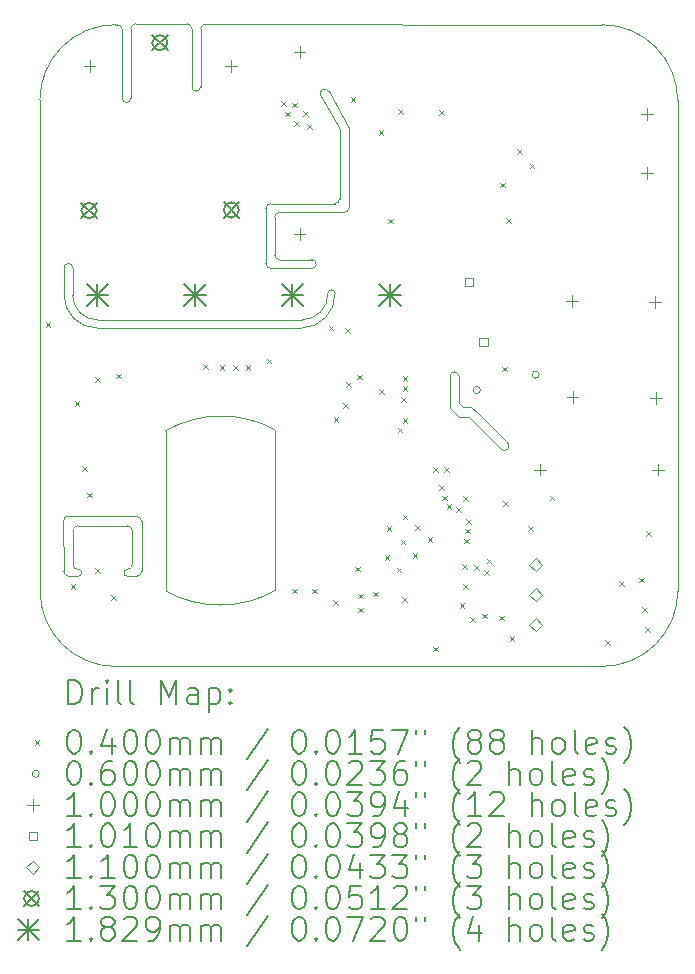
<source format=gbr>
%TF.GenerationSoftware,KiCad,Pcbnew,7.0.1*%
%TF.CreationDate,2023-04-03T11:39:19+02:00*%
%TF.ProjectId,smart_power_socket-54x54x1.6mm_3Cu,736d6172-745f-4706-9f77-65725f736f63,rev?*%
%TF.SameCoordinates,Original*%
%TF.FileFunction,Drillmap*%
%TF.FilePolarity,Positive*%
%FSLAX45Y45*%
G04 Gerber Fmt 4.5, Leading zero omitted, Abs format (unit mm)*
G04 Created by KiCad (PCBNEW 7.0.1) date 2023-04-03 11:39:19*
%MOMM*%
%LPD*%
G01*
G04 APERTURE LIST*
%ADD10C,0.100000*%
%ADD11C,0.200000*%
%ADD12C,0.040000*%
%ADD13C,0.060000*%
%ADD14C,0.101000*%
%ADD15C,0.110000*%
%ADD16C,0.130000*%
%ADD17C,0.182880*%
G04 APERTURE END LIST*
D10*
X11603410Y-11211177D02*
X11605297Y-11635411D01*
X11605301Y-11635411D02*
G75*
G03*
X11648346Y-11676411I41069J21D01*
G01*
X12264353Y-11210897D02*
G75*
G03*
X12221311Y-11169897I-41013J37D01*
G01*
X13316696Y-9029696D02*
X13316902Y-8563206D01*
X14951402Y-10211000D02*
X14951402Y-9985000D01*
X13398352Y-10439810D02*
X13398352Y-11796797D01*
X13847503Y-7570405D02*
G75*
G03*
X13783321Y-7607461I-32093J-18525D01*
G01*
X12185019Y-11291000D02*
G75*
G03*
X12141976Y-11250000I-41029J20D01*
G01*
X11892000Y-9507000D02*
X13621000Y-9507000D01*
X13358000Y-9071000D02*
X13706000Y-9071087D01*
X11404996Y-11800995D02*
X11403149Y-7647700D01*
X13903157Y-9283000D02*
G75*
G03*
X13842842Y-9283000I-30158J0D01*
G01*
X12469000Y-10445506D02*
X12469000Y-11802493D01*
X11726370Y-11249396D02*
X12141976Y-11250000D01*
X11681000Y-9296000D02*
X11681000Y-9066000D01*
X11684317Y-11578445D02*
G75*
G03*
X11727370Y-11619444I41053J5D01*
G01*
X12806304Y-7001700D02*
G75*
G03*
X12765000Y-7043000I-4J-41300D01*
G01*
X15364000Y-10550598D02*
X15110000Y-10296598D01*
X12224027Y-11677431D02*
X12144027Y-11677476D01*
X13398353Y-10439808D02*
G75*
G03*
X12469000Y-10445506I-459613J-828582D01*
G01*
X15039598Y-10331000D02*
X15311598Y-10603000D01*
X13706000Y-9071081D02*
G75*
G03*
X13706000Y-8996979I0J37051D01*
G01*
X13900794Y-8522098D02*
G75*
G03*
X13942097Y-8480794I-4J41308D01*
G01*
X11727370Y-11676875D02*
G75*
G03*
X11727370Y-11619444I0J28716D01*
G01*
X15056000Y-10242598D02*
X14983000Y-10242598D01*
X13433206Y-8596000D02*
X13981794Y-8596098D01*
X12689892Y-7533696D02*
G75*
G03*
X12764000Y-7533696I37054J0D01*
G01*
X13433206Y-8998000D02*
X13706000Y-8996979D01*
X14023000Y-7884000D02*
X13847500Y-7570407D01*
X13358206Y-8521902D02*
G75*
G03*
X13316902Y-8563206I4J-41308D01*
G01*
X13391902Y-8956696D02*
X13391902Y-8637304D01*
X11681000Y-9066000D02*
G75*
G03*
X11606892Y-9066000I-37054J0D01*
G01*
X12690300Y-7040304D02*
G75*
G03*
X12649000Y-6999000I-41300J4D01*
G01*
X14951402Y-9985000D02*
G75*
G03*
X14877294Y-9985000I-37054J0D01*
G01*
X13942097Y-8480794D02*
X13944000Y-7890000D01*
X16803161Y-7647696D02*
G75*
G03*
X16163149Y-7007689I-640001J7D01*
G01*
X13944000Y-7890000D02*
X13783321Y-7607461D01*
X12043156Y-7007693D02*
X12059794Y-7007693D01*
X13617000Y-9576083D02*
G75*
G03*
X13903157Y-9283000I-2370J288553D01*
G01*
X12224027Y-11677437D02*
G75*
G03*
X12265027Y-11634383I13J41037D01*
G01*
X12649000Y-6999000D02*
X12216000Y-6999000D01*
X12765000Y-7043000D02*
X12764000Y-7533696D01*
X11681000Y-9296000D02*
G75*
G03*
X11892000Y-9507000I211000J0D01*
G01*
X16805004Y-11800991D02*
X16803156Y-7647696D01*
X13316700Y-9029696D02*
G75*
G03*
X13358000Y-9071000I41300J-4D01*
G01*
X12264975Y-11634383D02*
X12264359Y-11210897D01*
X11888000Y-9576087D02*
X13617000Y-9576087D01*
X12216000Y-6998996D02*
G75*
G03*
X12174696Y-7040304I0J-41304D01*
G01*
X14023097Y-8554794D02*
X14023000Y-7884000D01*
X15039598Y-10331000D02*
X14952000Y-10330706D01*
X12043156Y-7007689D02*
G75*
G03*
X11403149Y-7647700I4J-640011D01*
G01*
X11648346Y-11676411D02*
X11727370Y-11676872D01*
X14877294Y-10256000D02*
X14952000Y-10330706D01*
X12806304Y-7001696D02*
X16163149Y-7007689D01*
X11684321Y-11578445D02*
X11685370Y-11292444D01*
X13621000Y-9507003D02*
G75*
G03*
X13842842Y-9283000I0J221853D01*
G01*
X11726370Y-11249400D02*
G75*
G03*
X11685370Y-11292444I-20J-41030D01*
G01*
X12100588Y-7630000D02*
G75*
G03*
X12174696Y-7630000I37054J0D01*
G01*
X15110000Y-10296598D02*
X15056000Y-10242598D01*
X13391910Y-8956696D02*
G75*
G03*
X13433206Y-8998000I41300J-4D01*
G01*
X13433206Y-8596003D02*
G75*
G03*
X13391902Y-8637304I-6J-41298D01*
G01*
X12045003Y-12441002D02*
X16164996Y-12440998D01*
X12144027Y-11620044D02*
G75*
G03*
X12144027Y-11677476I3J-28716D01*
G01*
X13900794Y-8522098D02*
X13358206Y-8521902D01*
X14983000Y-10242598D02*
X14951402Y-10211000D01*
X12221311Y-11169897D02*
X11644410Y-11168129D01*
X11644410Y-11168131D02*
G75*
G03*
X11603410Y-11211177I-10J-41039D01*
G01*
X12184976Y-11577000D02*
X12185024Y-11291000D01*
X14877294Y-9985000D02*
X14877294Y-10256000D01*
X12101097Y-7048997D02*
X12100588Y-7630000D01*
X12101097Y-7048997D02*
G75*
G03*
X12059794Y-7007693I-41307J-3D01*
G01*
X12690304Y-7040304D02*
X12689892Y-7533696D01*
X12469002Y-11802489D02*
G75*
G03*
X13398352Y-11796797I459618J828569D01*
G01*
X11606913Y-9295000D02*
X11606892Y-9066000D01*
X11606913Y-9295000D02*
G75*
G03*
X11888000Y-9576087I281087J0D01*
G01*
X11404998Y-11800995D02*
G75*
G03*
X12045003Y-12441002I640022J15D01*
G01*
X13981794Y-8596098D02*
G75*
G03*
X14023097Y-8554794I-4J41308D01*
G01*
X16164996Y-12441003D02*
G75*
G03*
X16805004Y-11800991I-7J640014D01*
G01*
X12144027Y-11620046D02*
G75*
G03*
X12185027Y-11577000I3J41046D01*
G01*
X15311598Y-10603000D02*
G75*
G03*
X15364000Y-10550598I26201J26201D01*
G01*
X12174696Y-7040304D02*
X12174696Y-7630000D01*
D11*
D12*
X11452000Y-9525000D02*
X11492000Y-9565000D01*
X11492000Y-9525000D02*
X11452000Y-9565000D01*
X11664000Y-11746550D02*
X11704000Y-11786550D01*
X11704000Y-11746550D02*
X11664000Y-11786550D01*
X11696992Y-10194200D02*
X11736992Y-10234200D01*
X11736992Y-10194200D02*
X11696992Y-10234200D01*
X11763000Y-10748000D02*
X11803000Y-10788000D01*
X11803000Y-10748000D02*
X11763000Y-10788000D01*
X11801000Y-10969000D02*
X11841000Y-11009000D01*
X11841000Y-10969000D02*
X11801000Y-11009000D01*
X11872992Y-9993200D02*
X11912992Y-10033200D01*
X11912992Y-9993200D02*
X11872992Y-10033200D01*
X11873000Y-11610000D02*
X11913000Y-11650000D01*
X11913000Y-11610000D02*
X11873000Y-11650000D01*
X12004000Y-11835000D02*
X12044000Y-11875000D01*
X12044000Y-11835000D02*
X12004000Y-11875000D01*
X12049000Y-9962000D02*
X12089000Y-10002000D01*
X12089000Y-9962000D02*
X12049000Y-10002000D01*
X12788194Y-9881194D02*
X12828194Y-9921194D01*
X12828194Y-9881194D02*
X12788194Y-9921194D01*
X12926000Y-9888950D02*
X12966000Y-9928950D01*
X12966000Y-9888950D02*
X12926000Y-9928950D01*
X13041000Y-9888950D02*
X13081000Y-9928950D01*
X13081000Y-9888950D02*
X13041000Y-9928950D01*
X13145000Y-9888950D02*
X13185000Y-9928950D01*
X13185000Y-9888950D02*
X13145000Y-9928950D01*
X13323000Y-9833950D02*
X13363000Y-9873950D01*
X13363000Y-9833950D02*
X13323000Y-9873950D01*
X13444000Y-7654000D02*
X13484000Y-7694000D01*
X13484000Y-7654000D02*
X13444000Y-7694000D01*
X13482000Y-7744000D02*
X13522000Y-7784000D01*
X13522000Y-7744000D02*
X13482000Y-7784000D01*
X13540000Y-7667000D02*
X13580000Y-7707000D01*
X13580000Y-7667000D02*
X13540000Y-7707000D01*
X13542000Y-11781450D02*
X13582000Y-11821450D01*
X13582000Y-11781450D02*
X13542000Y-11821450D01*
X13557000Y-7825000D02*
X13597000Y-7865000D01*
X13597000Y-7825000D02*
X13557000Y-7865000D01*
X13632000Y-7739000D02*
X13672000Y-7779000D01*
X13672000Y-7739000D02*
X13632000Y-7779000D01*
X13669000Y-7848000D02*
X13709000Y-7888000D01*
X13709000Y-7848000D02*
X13669000Y-7888000D01*
X13710000Y-11781450D02*
X13750000Y-11821450D01*
X13750000Y-11781450D02*
X13710000Y-11821450D01*
X13847992Y-9556200D02*
X13887992Y-9596200D01*
X13887992Y-9556200D02*
X13847992Y-9596200D01*
X13886992Y-11880200D02*
X13926992Y-11920200D01*
X13926992Y-11880200D02*
X13886992Y-11920200D01*
X13890000Y-10333000D02*
X13930000Y-10373000D01*
X13930000Y-10333000D02*
X13890000Y-10373000D01*
X13973000Y-10210000D02*
X14013000Y-10250000D01*
X14013000Y-10210000D02*
X13973000Y-10250000D01*
X13987000Y-9579000D02*
X14027000Y-9619000D01*
X14027000Y-9579000D02*
X13987000Y-9619000D01*
X13999000Y-10032000D02*
X14039000Y-10072000D01*
X14039000Y-10032000D02*
X13999000Y-10072000D01*
X14034992Y-7621200D02*
X14074992Y-7661200D01*
X14074992Y-7621200D02*
X14034992Y-7661200D01*
X14073892Y-11595892D02*
X14113892Y-11635892D01*
X14113892Y-11595892D02*
X14073892Y-11635892D01*
X14092000Y-9970000D02*
X14132000Y-10010000D01*
X14132000Y-9970000D02*
X14092000Y-10010000D01*
X14099042Y-11825000D02*
X14139042Y-11865000D01*
X14139042Y-11825000D02*
X14099042Y-11865000D01*
X14101000Y-11943450D02*
X14141000Y-11983450D01*
X14141000Y-11943450D02*
X14101000Y-11983450D01*
X14226320Y-11807512D02*
X14266320Y-11847512D01*
X14266320Y-11807512D02*
X14226320Y-11847512D01*
X14272492Y-7900200D02*
X14312492Y-7940200D01*
X14312492Y-7900200D02*
X14272492Y-7940200D01*
X14273892Y-10093892D02*
X14313892Y-10133892D01*
X14313892Y-10093892D02*
X14273892Y-10133892D01*
X14322500Y-11498500D02*
X14362500Y-11538500D01*
X14362500Y-11498500D02*
X14322500Y-11538500D01*
X14338515Y-11251495D02*
X14378515Y-11291495D01*
X14378515Y-11251495D02*
X14338515Y-11291495D01*
X14353992Y-8650200D02*
X14393992Y-8690200D01*
X14393992Y-8650200D02*
X14353992Y-8690200D01*
X14423515Y-11603495D02*
X14463515Y-11643495D01*
X14463515Y-11603495D02*
X14423515Y-11643495D01*
X14432310Y-10419550D02*
X14472310Y-10459550D01*
X14472310Y-10419550D02*
X14432310Y-10459550D01*
X14434492Y-7725200D02*
X14474492Y-7765200D01*
X14474492Y-7725200D02*
X14434492Y-7765200D01*
X14458892Y-11366892D02*
X14498892Y-11406892D01*
X14498892Y-11366892D02*
X14458892Y-11406892D01*
X14460550Y-10160864D02*
X14500550Y-10200864D01*
X14500550Y-10160864D02*
X14460550Y-10200864D01*
X14471500Y-11851500D02*
X14511500Y-11891500D01*
X14511500Y-11851500D02*
X14471500Y-11891500D01*
X14474000Y-9981000D02*
X14514000Y-10021000D01*
X14514000Y-9981000D02*
X14474000Y-10021000D01*
X14474515Y-11155495D02*
X14514515Y-11195495D01*
X14514515Y-11155495D02*
X14474515Y-11195495D01*
X14474609Y-10339391D02*
X14514609Y-10379391D01*
X14514609Y-10339391D02*
X14474609Y-10379391D01*
X14475155Y-10070943D02*
X14515155Y-10110943D01*
X14515155Y-10070943D02*
X14475155Y-10110943D01*
X14558515Y-11479495D02*
X14598515Y-11519495D01*
X14598515Y-11479495D02*
X14558515Y-11519495D01*
X14580515Y-11245495D02*
X14620515Y-11285495D01*
X14620515Y-11245495D02*
X14580515Y-11285495D01*
X14685515Y-11343495D02*
X14725515Y-11383495D01*
X14725515Y-11343495D02*
X14685515Y-11383495D01*
X14733206Y-10753050D02*
X14773206Y-10793050D01*
X14773206Y-10753050D02*
X14733206Y-10793050D01*
X14735795Y-12273795D02*
X14775795Y-12313795D01*
X14775795Y-12273795D02*
X14735795Y-12313795D01*
X14780992Y-7732200D02*
X14820992Y-7772200D01*
X14820992Y-7732200D02*
X14780992Y-7772200D01*
X14783450Y-10908210D02*
X14823450Y-10948210D01*
X14823450Y-10908210D02*
X14783450Y-10948210D01*
X14812048Y-10994000D02*
X14852048Y-11034000D01*
X14852048Y-10994000D02*
X14812048Y-11034000D01*
X14823538Y-10753050D02*
X14863538Y-10793050D01*
X14863538Y-10753050D02*
X14823538Y-10793050D01*
X14847048Y-11069731D02*
X14887048Y-11109731D01*
X14887048Y-11069731D02*
X14847048Y-11109731D01*
X14927515Y-11093495D02*
X14967515Y-11133495D01*
X14967515Y-11093495D02*
X14927515Y-11133495D01*
X14958123Y-11907877D02*
X14998123Y-11947877D01*
X14998123Y-11907877D02*
X14958123Y-11947877D01*
X14980000Y-11576000D02*
X15020000Y-11616000D01*
X15020000Y-11576000D02*
X14980000Y-11616000D01*
X14984965Y-10999000D02*
X15024965Y-11039000D01*
X15024965Y-10999000D02*
X14984965Y-11039000D01*
X14985000Y-11745000D02*
X15025000Y-11785000D01*
X15025000Y-11745000D02*
X14985000Y-11785000D01*
X14995000Y-11359000D02*
X15035000Y-11399000D01*
X15035000Y-11359000D02*
X14995000Y-11399000D01*
X15002000Y-11273268D02*
X15042000Y-11313268D01*
X15042000Y-11273268D02*
X15002000Y-11313268D01*
X15009720Y-11193527D02*
X15049720Y-11233527D01*
X15049720Y-11193527D02*
X15009720Y-11233527D01*
X15047771Y-12022229D02*
X15087771Y-12062229D01*
X15087771Y-12022229D02*
X15047771Y-12062229D01*
X15080000Y-11585000D02*
X15120000Y-11625000D01*
X15120000Y-11585000D02*
X15080000Y-11625000D01*
X15150193Y-11993545D02*
X15190193Y-12033545D01*
X15190193Y-11993545D02*
X15150193Y-12033545D01*
X15165000Y-11623000D02*
X15205000Y-11663000D01*
X15205000Y-11623000D02*
X15165000Y-11663000D01*
X15185282Y-11527718D02*
X15225282Y-11567718D01*
X15225282Y-11527718D02*
X15185282Y-11567718D01*
X15293515Y-12011495D02*
X15333515Y-12051495D01*
X15333515Y-12011495D02*
X15293515Y-12051495D01*
X15297992Y-8344200D02*
X15337992Y-8384200D01*
X15337992Y-8344200D02*
X15297992Y-8384200D01*
X15315000Y-9902000D02*
X15355000Y-9942000D01*
X15355000Y-9902000D02*
X15315000Y-9942000D01*
X15322992Y-11041792D02*
X15362992Y-11081792D01*
X15362992Y-11041792D02*
X15322992Y-11081792D01*
X15352992Y-8648200D02*
X15392992Y-8688200D01*
X15392992Y-8648200D02*
X15352992Y-8688200D01*
X15380000Y-12182200D02*
X15420000Y-12222200D01*
X15420000Y-12182200D02*
X15380000Y-12222200D01*
X15442992Y-8059200D02*
X15482992Y-8099200D01*
X15482992Y-8059200D02*
X15442992Y-8099200D01*
X15539992Y-11252200D02*
X15579992Y-11292200D01*
X15579992Y-11252200D02*
X15539992Y-11292200D01*
X15550992Y-8185200D02*
X15590992Y-8225200D01*
X15590992Y-8185200D02*
X15550992Y-8225200D01*
X15719992Y-10995200D02*
X15759992Y-11035200D01*
X15759992Y-10995200D02*
X15719992Y-11035200D01*
X16189000Y-12220000D02*
X16229000Y-12260000D01*
X16229000Y-12220000D02*
X16189000Y-12260000D01*
X16308500Y-11717500D02*
X16348500Y-11757500D01*
X16348500Y-11717500D02*
X16308500Y-11757500D01*
X16480000Y-11689000D02*
X16520000Y-11729000D01*
X16520000Y-11689000D02*
X16480000Y-11729000D01*
X16500000Y-11936000D02*
X16540000Y-11976000D01*
X16540000Y-11936000D02*
X16500000Y-11976000D01*
X16526000Y-12107000D02*
X16566000Y-12147000D01*
X16566000Y-12107000D02*
X16526000Y-12147000D01*
X16539000Y-11298000D02*
X16579000Y-11338000D01*
X16579000Y-11298000D02*
X16539000Y-11338000D01*
D13*
X15131992Y-10100200D02*
G75*
G03*
X15131992Y-10100200I-30000J0D01*
G01*
X15631992Y-9970200D02*
G75*
G03*
X15631992Y-9970200I-30000J0D01*
G01*
D10*
X11824492Y-7305700D02*
X11824492Y-7405700D01*
X11774492Y-7355700D02*
X11874492Y-7355700D01*
X13024492Y-7305700D02*
X13024492Y-7405700D01*
X12974492Y-7355700D02*
X13074492Y-7355700D01*
X13602242Y-7192200D02*
X13602242Y-7292200D01*
X13552242Y-7242200D02*
X13652242Y-7242200D01*
X13602242Y-8732200D02*
X13602242Y-8832200D01*
X13552242Y-8782200D02*
X13652242Y-8782200D01*
X15639000Y-10724000D02*
X15639000Y-10824000D01*
X15589000Y-10774000D02*
X15689000Y-10774000D01*
X15908805Y-9294525D02*
X15908805Y-9394525D01*
X15858805Y-9344525D02*
X15958805Y-9344525D01*
X15913805Y-10107825D02*
X15913805Y-10207825D01*
X15863805Y-10157825D02*
X15963805Y-10157825D01*
X16542242Y-7712200D02*
X16542242Y-7812200D01*
X16492242Y-7762200D02*
X16592242Y-7762200D01*
X16542242Y-8212200D02*
X16542242Y-8312200D01*
X16492242Y-8262200D02*
X16592242Y-8262200D01*
X16613555Y-9302275D02*
X16613555Y-9402275D01*
X16563555Y-9352275D02*
X16663555Y-9352275D01*
X16620555Y-10115075D02*
X16620555Y-10215075D01*
X16570555Y-10165075D02*
X16670555Y-10165075D01*
X16639000Y-10724000D02*
X16639000Y-10824000D01*
X16589000Y-10774000D02*
X16689000Y-10774000D01*
D14*
X15073702Y-9220909D02*
X15073702Y-9149491D01*
X15002283Y-9149491D01*
X15002283Y-9220909D01*
X15073702Y-9220909D01*
X15193702Y-9730909D02*
X15193702Y-9659491D01*
X15122283Y-9659491D01*
X15122283Y-9730909D01*
X15193702Y-9730909D01*
D15*
X15604000Y-11636000D02*
X15659000Y-11581000D01*
X15604000Y-11526000D01*
X15549000Y-11581000D01*
X15604000Y-11636000D01*
X15604000Y-11890000D02*
X15659000Y-11835000D01*
X15604000Y-11780000D01*
X15549000Y-11835000D01*
X15604000Y-11890000D01*
X15604000Y-12144000D02*
X15659000Y-12089000D01*
X15604000Y-12034000D01*
X15549000Y-12089000D01*
X15604000Y-12144000D01*
D16*
X11754492Y-8515700D02*
X11884492Y-8645700D01*
X11884492Y-8515700D02*
X11754492Y-8645700D01*
X11884492Y-8580700D02*
G75*
G03*
X11884492Y-8580700I-65000J0D01*
G01*
X12354492Y-7095700D02*
X12484492Y-7225700D01*
X12484492Y-7095700D02*
X12354492Y-7225700D01*
X12484492Y-7160700D02*
G75*
G03*
X12484492Y-7160700I-65000J0D01*
G01*
X12959492Y-8510700D02*
X13089492Y-8640700D01*
X13089492Y-8510700D02*
X12959492Y-8640700D01*
X13089492Y-8575700D02*
G75*
G03*
X13089492Y-8575700I-65000J0D01*
G01*
D17*
X11799852Y-9204160D02*
X11982732Y-9387040D01*
X11982732Y-9204160D02*
X11799852Y-9387040D01*
X11891292Y-9204160D02*
X11891292Y-9387040D01*
X11799852Y-9295600D02*
X11982732Y-9295600D01*
X12625352Y-9204160D02*
X12808232Y-9387040D01*
X12808232Y-9204160D02*
X12625352Y-9387040D01*
X12716792Y-9204160D02*
X12716792Y-9387040D01*
X12625352Y-9295600D02*
X12808232Y-9295600D01*
X13450852Y-9204160D02*
X13633732Y-9387040D01*
X13633732Y-9204160D02*
X13450852Y-9387040D01*
X13542292Y-9204160D02*
X13542292Y-9387040D01*
X13450852Y-9295600D02*
X13633732Y-9295600D01*
X14276352Y-9204160D02*
X14459232Y-9387040D01*
X14459232Y-9204160D02*
X14276352Y-9387040D01*
X14367792Y-9204160D02*
X14367792Y-9387040D01*
X14276352Y-9295600D02*
X14459232Y-9295600D01*
D11*
X11645768Y-12758525D02*
X11645768Y-12558525D01*
X11645768Y-12558525D02*
X11693387Y-12558525D01*
X11693387Y-12558525D02*
X11721958Y-12568049D01*
X11721958Y-12568049D02*
X11741006Y-12587097D01*
X11741006Y-12587097D02*
X11750529Y-12606144D01*
X11750529Y-12606144D02*
X11760053Y-12644240D01*
X11760053Y-12644240D02*
X11760053Y-12672811D01*
X11760053Y-12672811D02*
X11750529Y-12710906D01*
X11750529Y-12710906D02*
X11741006Y-12729954D01*
X11741006Y-12729954D02*
X11721958Y-12749002D01*
X11721958Y-12749002D02*
X11693387Y-12758525D01*
X11693387Y-12758525D02*
X11645768Y-12758525D01*
X11845768Y-12758525D02*
X11845768Y-12625192D01*
X11845768Y-12663287D02*
X11855291Y-12644240D01*
X11855291Y-12644240D02*
X11864815Y-12634716D01*
X11864815Y-12634716D02*
X11883863Y-12625192D01*
X11883863Y-12625192D02*
X11902910Y-12625192D01*
X11969577Y-12758525D02*
X11969577Y-12625192D01*
X11969577Y-12558525D02*
X11960053Y-12568049D01*
X11960053Y-12568049D02*
X11969577Y-12577573D01*
X11969577Y-12577573D02*
X11979101Y-12568049D01*
X11979101Y-12568049D02*
X11969577Y-12558525D01*
X11969577Y-12558525D02*
X11969577Y-12577573D01*
X12093387Y-12758525D02*
X12074339Y-12749002D01*
X12074339Y-12749002D02*
X12064815Y-12729954D01*
X12064815Y-12729954D02*
X12064815Y-12558525D01*
X12198148Y-12758525D02*
X12179101Y-12749002D01*
X12179101Y-12749002D02*
X12169577Y-12729954D01*
X12169577Y-12729954D02*
X12169577Y-12558525D01*
X12426720Y-12758525D02*
X12426720Y-12558525D01*
X12426720Y-12558525D02*
X12493387Y-12701383D01*
X12493387Y-12701383D02*
X12560053Y-12558525D01*
X12560053Y-12558525D02*
X12560053Y-12758525D01*
X12741006Y-12758525D02*
X12741006Y-12653764D01*
X12741006Y-12653764D02*
X12731482Y-12634716D01*
X12731482Y-12634716D02*
X12712434Y-12625192D01*
X12712434Y-12625192D02*
X12674339Y-12625192D01*
X12674339Y-12625192D02*
X12655291Y-12634716D01*
X12741006Y-12749002D02*
X12721958Y-12758525D01*
X12721958Y-12758525D02*
X12674339Y-12758525D01*
X12674339Y-12758525D02*
X12655291Y-12749002D01*
X12655291Y-12749002D02*
X12645768Y-12729954D01*
X12645768Y-12729954D02*
X12645768Y-12710906D01*
X12645768Y-12710906D02*
X12655291Y-12691859D01*
X12655291Y-12691859D02*
X12674339Y-12682335D01*
X12674339Y-12682335D02*
X12721958Y-12682335D01*
X12721958Y-12682335D02*
X12741006Y-12672811D01*
X12836244Y-12625192D02*
X12836244Y-12825192D01*
X12836244Y-12634716D02*
X12855291Y-12625192D01*
X12855291Y-12625192D02*
X12893387Y-12625192D01*
X12893387Y-12625192D02*
X12912434Y-12634716D01*
X12912434Y-12634716D02*
X12921958Y-12644240D01*
X12921958Y-12644240D02*
X12931482Y-12663287D01*
X12931482Y-12663287D02*
X12931482Y-12720430D01*
X12931482Y-12720430D02*
X12921958Y-12739478D01*
X12921958Y-12739478D02*
X12912434Y-12749002D01*
X12912434Y-12749002D02*
X12893387Y-12758525D01*
X12893387Y-12758525D02*
X12855291Y-12758525D01*
X12855291Y-12758525D02*
X12836244Y-12749002D01*
X13017196Y-12739478D02*
X13026720Y-12749002D01*
X13026720Y-12749002D02*
X13017196Y-12758525D01*
X13017196Y-12758525D02*
X13007672Y-12749002D01*
X13007672Y-12749002D02*
X13017196Y-12739478D01*
X13017196Y-12739478D02*
X13017196Y-12758525D01*
X13017196Y-12634716D02*
X13026720Y-12644240D01*
X13026720Y-12644240D02*
X13017196Y-12653764D01*
X13017196Y-12653764D02*
X13007672Y-12644240D01*
X13007672Y-12644240D02*
X13017196Y-12634716D01*
X13017196Y-12634716D02*
X13017196Y-12653764D01*
D12*
X11358149Y-13066002D02*
X11398149Y-13106002D01*
X11398149Y-13066002D02*
X11358149Y-13106002D01*
D11*
X11683863Y-12978525D02*
X11702910Y-12978525D01*
X11702910Y-12978525D02*
X11721958Y-12988049D01*
X11721958Y-12988049D02*
X11731482Y-12997573D01*
X11731482Y-12997573D02*
X11741006Y-13016621D01*
X11741006Y-13016621D02*
X11750529Y-13054716D01*
X11750529Y-13054716D02*
X11750529Y-13102335D01*
X11750529Y-13102335D02*
X11741006Y-13140430D01*
X11741006Y-13140430D02*
X11731482Y-13159478D01*
X11731482Y-13159478D02*
X11721958Y-13169002D01*
X11721958Y-13169002D02*
X11702910Y-13178525D01*
X11702910Y-13178525D02*
X11683863Y-13178525D01*
X11683863Y-13178525D02*
X11664815Y-13169002D01*
X11664815Y-13169002D02*
X11655291Y-13159478D01*
X11655291Y-13159478D02*
X11645768Y-13140430D01*
X11645768Y-13140430D02*
X11636244Y-13102335D01*
X11636244Y-13102335D02*
X11636244Y-13054716D01*
X11636244Y-13054716D02*
X11645768Y-13016621D01*
X11645768Y-13016621D02*
X11655291Y-12997573D01*
X11655291Y-12997573D02*
X11664815Y-12988049D01*
X11664815Y-12988049D02*
X11683863Y-12978525D01*
X11836244Y-13159478D02*
X11845768Y-13169002D01*
X11845768Y-13169002D02*
X11836244Y-13178525D01*
X11836244Y-13178525D02*
X11826720Y-13169002D01*
X11826720Y-13169002D02*
X11836244Y-13159478D01*
X11836244Y-13159478D02*
X11836244Y-13178525D01*
X12017196Y-13045192D02*
X12017196Y-13178525D01*
X11969577Y-12969002D02*
X11921958Y-13111859D01*
X11921958Y-13111859D02*
X12045768Y-13111859D01*
X12160053Y-12978525D02*
X12179101Y-12978525D01*
X12179101Y-12978525D02*
X12198149Y-12988049D01*
X12198149Y-12988049D02*
X12207672Y-12997573D01*
X12207672Y-12997573D02*
X12217196Y-13016621D01*
X12217196Y-13016621D02*
X12226720Y-13054716D01*
X12226720Y-13054716D02*
X12226720Y-13102335D01*
X12226720Y-13102335D02*
X12217196Y-13140430D01*
X12217196Y-13140430D02*
X12207672Y-13159478D01*
X12207672Y-13159478D02*
X12198149Y-13169002D01*
X12198149Y-13169002D02*
X12179101Y-13178525D01*
X12179101Y-13178525D02*
X12160053Y-13178525D01*
X12160053Y-13178525D02*
X12141006Y-13169002D01*
X12141006Y-13169002D02*
X12131482Y-13159478D01*
X12131482Y-13159478D02*
X12121958Y-13140430D01*
X12121958Y-13140430D02*
X12112434Y-13102335D01*
X12112434Y-13102335D02*
X12112434Y-13054716D01*
X12112434Y-13054716D02*
X12121958Y-13016621D01*
X12121958Y-13016621D02*
X12131482Y-12997573D01*
X12131482Y-12997573D02*
X12141006Y-12988049D01*
X12141006Y-12988049D02*
X12160053Y-12978525D01*
X12350529Y-12978525D02*
X12369577Y-12978525D01*
X12369577Y-12978525D02*
X12388625Y-12988049D01*
X12388625Y-12988049D02*
X12398149Y-12997573D01*
X12398149Y-12997573D02*
X12407672Y-13016621D01*
X12407672Y-13016621D02*
X12417196Y-13054716D01*
X12417196Y-13054716D02*
X12417196Y-13102335D01*
X12417196Y-13102335D02*
X12407672Y-13140430D01*
X12407672Y-13140430D02*
X12398149Y-13159478D01*
X12398149Y-13159478D02*
X12388625Y-13169002D01*
X12388625Y-13169002D02*
X12369577Y-13178525D01*
X12369577Y-13178525D02*
X12350529Y-13178525D01*
X12350529Y-13178525D02*
X12331482Y-13169002D01*
X12331482Y-13169002D02*
X12321958Y-13159478D01*
X12321958Y-13159478D02*
X12312434Y-13140430D01*
X12312434Y-13140430D02*
X12302910Y-13102335D01*
X12302910Y-13102335D02*
X12302910Y-13054716D01*
X12302910Y-13054716D02*
X12312434Y-13016621D01*
X12312434Y-13016621D02*
X12321958Y-12997573D01*
X12321958Y-12997573D02*
X12331482Y-12988049D01*
X12331482Y-12988049D02*
X12350529Y-12978525D01*
X12502910Y-13178525D02*
X12502910Y-13045192D01*
X12502910Y-13064240D02*
X12512434Y-13054716D01*
X12512434Y-13054716D02*
X12531482Y-13045192D01*
X12531482Y-13045192D02*
X12560053Y-13045192D01*
X12560053Y-13045192D02*
X12579101Y-13054716D01*
X12579101Y-13054716D02*
X12588625Y-13073764D01*
X12588625Y-13073764D02*
X12588625Y-13178525D01*
X12588625Y-13073764D02*
X12598149Y-13054716D01*
X12598149Y-13054716D02*
X12617196Y-13045192D01*
X12617196Y-13045192D02*
X12645768Y-13045192D01*
X12645768Y-13045192D02*
X12664815Y-13054716D01*
X12664815Y-13054716D02*
X12674339Y-13073764D01*
X12674339Y-13073764D02*
X12674339Y-13178525D01*
X12769577Y-13178525D02*
X12769577Y-13045192D01*
X12769577Y-13064240D02*
X12779101Y-13054716D01*
X12779101Y-13054716D02*
X12798149Y-13045192D01*
X12798149Y-13045192D02*
X12826720Y-13045192D01*
X12826720Y-13045192D02*
X12845768Y-13054716D01*
X12845768Y-13054716D02*
X12855291Y-13073764D01*
X12855291Y-13073764D02*
X12855291Y-13178525D01*
X12855291Y-13073764D02*
X12864815Y-13054716D01*
X12864815Y-13054716D02*
X12883863Y-13045192D01*
X12883863Y-13045192D02*
X12912434Y-13045192D01*
X12912434Y-13045192D02*
X12931482Y-13054716D01*
X12931482Y-13054716D02*
X12941006Y-13073764D01*
X12941006Y-13073764D02*
X12941006Y-13178525D01*
X13331482Y-12969002D02*
X13160053Y-13226144D01*
X13588625Y-12978525D02*
X13607673Y-12978525D01*
X13607673Y-12978525D02*
X13626720Y-12988049D01*
X13626720Y-12988049D02*
X13636244Y-12997573D01*
X13636244Y-12997573D02*
X13645768Y-13016621D01*
X13645768Y-13016621D02*
X13655292Y-13054716D01*
X13655292Y-13054716D02*
X13655292Y-13102335D01*
X13655292Y-13102335D02*
X13645768Y-13140430D01*
X13645768Y-13140430D02*
X13636244Y-13159478D01*
X13636244Y-13159478D02*
X13626720Y-13169002D01*
X13626720Y-13169002D02*
X13607673Y-13178525D01*
X13607673Y-13178525D02*
X13588625Y-13178525D01*
X13588625Y-13178525D02*
X13569577Y-13169002D01*
X13569577Y-13169002D02*
X13560053Y-13159478D01*
X13560053Y-13159478D02*
X13550530Y-13140430D01*
X13550530Y-13140430D02*
X13541006Y-13102335D01*
X13541006Y-13102335D02*
X13541006Y-13054716D01*
X13541006Y-13054716D02*
X13550530Y-13016621D01*
X13550530Y-13016621D02*
X13560053Y-12997573D01*
X13560053Y-12997573D02*
X13569577Y-12988049D01*
X13569577Y-12988049D02*
X13588625Y-12978525D01*
X13741006Y-13159478D02*
X13750530Y-13169002D01*
X13750530Y-13169002D02*
X13741006Y-13178525D01*
X13741006Y-13178525D02*
X13731482Y-13169002D01*
X13731482Y-13169002D02*
X13741006Y-13159478D01*
X13741006Y-13159478D02*
X13741006Y-13178525D01*
X13874339Y-12978525D02*
X13893387Y-12978525D01*
X13893387Y-12978525D02*
X13912434Y-12988049D01*
X13912434Y-12988049D02*
X13921958Y-12997573D01*
X13921958Y-12997573D02*
X13931482Y-13016621D01*
X13931482Y-13016621D02*
X13941006Y-13054716D01*
X13941006Y-13054716D02*
X13941006Y-13102335D01*
X13941006Y-13102335D02*
X13931482Y-13140430D01*
X13931482Y-13140430D02*
X13921958Y-13159478D01*
X13921958Y-13159478D02*
X13912434Y-13169002D01*
X13912434Y-13169002D02*
X13893387Y-13178525D01*
X13893387Y-13178525D02*
X13874339Y-13178525D01*
X13874339Y-13178525D02*
X13855292Y-13169002D01*
X13855292Y-13169002D02*
X13845768Y-13159478D01*
X13845768Y-13159478D02*
X13836244Y-13140430D01*
X13836244Y-13140430D02*
X13826720Y-13102335D01*
X13826720Y-13102335D02*
X13826720Y-13054716D01*
X13826720Y-13054716D02*
X13836244Y-13016621D01*
X13836244Y-13016621D02*
X13845768Y-12997573D01*
X13845768Y-12997573D02*
X13855292Y-12988049D01*
X13855292Y-12988049D02*
X13874339Y-12978525D01*
X14131482Y-13178525D02*
X14017196Y-13178525D01*
X14074339Y-13178525D02*
X14074339Y-12978525D01*
X14074339Y-12978525D02*
X14055292Y-13007097D01*
X14055292Y-13007097D02*
X14036244Y-13026144D01*
X14036244Y-13026144D02*
X14017196Y-13035668D01*
X14312434Y-12978525D02*
X14217196Y-12978525D01*
X14217196Y-12978525D02*
X14207673Y-13073764D01*
X14207673Y-13073764D02*
X14217196Y-13064240D01*
X14217196Y-13064240D02*
X14236244Y-13054716D01*
X14236244Y-13054716D02*
X14283863Y-13054716D01*
X14283863Y-13054716D02*
X14302911Y-13064240D01*
X14302911Y-13064240D02*
X14312434Y-13073764D01*
X14312434Y-13073764D02*
X14321958Y-13092811D01*
X14321958Y-13092811D02*
X14321958Y-13140430D01*
X14321958Y-13140430D02*
X14312434Y-13159478D01*
X14312434Y-13159478D02*
X14302911Y-13169002D01*
X14302911Y-13169002D02*
X14283863Y-13178525D01*
X14283863Y-13178525D02*
X14236244Y-13178525D01*
X14236244Y-13178525D02*
X14217196Y-13169002D01*
X14217196Y-13169002D02*
X14207673Y-13159478D01*
X14388625Y-12978525D02*
X14521958Y-12978525D01*
X14521958Y-12978525D02*
X14436244Y-13178525D01*
X14588625Y-12978525D02*
X14588625Y-13016621D01*
X14664815Y-12978525D02*
X14664815Y-13016621D01*
X14960054Y-13254716D02*
X14950530Y-13245192D01*
X14950530Y-13245192D02*
X14931482Y-13216621D01*
X14931482Y-13216621D02*
X14921958Y-13197573D01*
X14921958Y-13197573D02*
X14912435Y-13169002D01*
X14912435Y-13169002D02*
X14902911Y-13121383D01*
X14902911Y-13121383D02*
X14902911Y-13083287D01*
X14902911Y-13083287D02*
X14912435Y-13035668D01*
X14912435Y-13035668D02*
X14921958Y-13007097D01*
X14921958Y-13007097D02*
X14931482Y-12988049D01*
X14931482Y-12988049D02*
X14950530Y-12959478D01*
X14950530Y-12959478D02*
X14960054Y-12949954D01*
X15064815Y-13064240D02*
X15045768Y-13054716D01*
X15045768Y-13054716D02*
X15036244Y-13045192D01*
X15036244Y-13045192D02*
X15026720Y-13026144D01*
X15026720Y-13026144D02*
X15026720Y-13016621D01*
X15026720Y-13016621D02*
X15036244Y-12997573D01*
X15036244Y-12997573D02*
X15045768Y-12988049D01*
X15045768Y-12988049D02*
X15064815Y-12978525D01*
X15064815Y-12978525D02*
X15102911Y-12978525D01*
X15102911Y-12978525D02*
X15121958Y-12988049D01*
X15121958Y-12988049D02*
X15131482Y-12997573D01*
X15131482Y-12997573D02*
X15141006Y-13016621D01*
X15141006Y-13016621D02*
X15141006Y-13026144D01*
X15141006Y-13026144D02*
X15131482Y-13045192D01*
X15131482Y-13045192D02*
X15121958Y-13054716D01*
X15121958Y-13054716D02*
X15102911Y-13064240D01*
X15102911Y-13064240D02*
X15064815Y-13064240D01*
X15064815Y-13064240D02*
X15045768Y-13073764D01*
X15045768Y-13073764D02*
X15036244Y-13083287D01*
X15036244Y-13083287D02*
X15026720Y-13102335D01*
X15026720Y-13102335D02*
X15026720Y-13140430D01*
X15026720Y-13140430D02*
X15036244Y-13159478D01*
X15036244Y-13159478D02*
X15045768Y-13169002D01*
X15045768Y-13169002D02*
X15064815Y-13178525D01*
X15064815Y-13178525D02*
X15102911Y-13178525D01*
X15102911Y-13178525D02*
X15121958Y-13169002D01*
X15121958Y-13169002D02*
X15131482Y-13159478D01*
X15131482Y-13159478D02*
X15141006Y-13140430D01*
X15141006Y-13140430D02*
X15141006Y-13102335D01*
X15141006Y-13102335D02*
X15131482Y-13083287D01*
X15131482Y-13083287D02*
X15121958Y-13073764D01*
X15121958Y-13073764D02*
X15102911Y-13064240D01*
X15255292Y-13064240D02*
X15236244Y-13054716D01*
X15236244Y-13054716D02*
X15226720Y-13045192D01*
X15226720Y-13045192D02*
X15217196Y-13026144D01*
X15217196Y-13026144D02*
X15217196Y-13016621D01*
X15217196Y-13016621D02*
X15226720Y-12997573D01*
X15226720Y-12997573D02*
X15236244Y-12988049D01*
X15236244Y-12988049D02*
X15255292Y-12978525D01*
X15255292Y-12978525D02*
X15293387Y-12978525D01*
X15293387Y-12978525D02*
X15312435Y-12988049D01*
X15312435Y-12988049D02*
X15321958Y-12997573D01*
X15321958Y-12997573D02*
X15331482Y-13016621D01*
X15331482Y-13016621D02*
X15331482Y-13026144D01*
X15331482Y-13026144D02*
X15321958Y-13045192D01*
X15321958Y-13045192D02*
X15312435Y-13054716D01*
X15312435Y-13054716D02*
X15293387Y-13064240D01*
X15293387Y-13064240D02*
X15255292Y-13064240D01*
X15255292Y-13064240D02*
X15236244Y-13073764D01*
X15236244Y-13073764D02*
X15226720Y-13083287D01*
X15226720Y-13083287D02*
X15217196Y-13102335D01*
X15217196Y-13102335D02*
X15217196Y-13140430D01*
X15217196Y-13140430D02*
X15226720Y-13159478D01*
X15226720Y-13159478D02*
X15236244Y-13169002D01*
X15236244Y-13169002D02*
X15255292Y-13178525D01*
X15255292Y-13178525D02*
X15293387Y-13178525D01*
X15293387Y-13178525D02*
X15312435Y-13169002D01*
X15312435Y-13169002D02*
X15321958Y-13159478D01*
X15321958Y-13159478D02*
X15331482Y-13140430D01*
X15331482Y-13140430D02*
X15331482Y-13102335D01*
X15331482Y-13102335D02*
X15321958Y-13083287D01*
X15321958Y-13083287D02*
X15312435Y-13073764D01*
X15312435Y-13073764D02*
X15293387Y-13064240D01*
X15569577Y-13178525D02*
X15569577Y-12978525D01*
X15655292Y-13178525D02*
X15655292Y-13073764D01*
X15655292Y-13073764D02*
X15645768Y-13054716D01*
X15645768Y-13054716D02*
X15626720Y-13045192D01*
X15626720Y-13045192D02*
X15598149Y-13045192D01*
X15598149Y-13045192D02*
X15579101Y-13054716D01*
X15579101Y-13054716D02*
X15569577Y-13064240D01*
X15779101Y-13178525D02*
X15760054Y-13169002D01*
X15760054Y-13169002D02*
X15750530Y-13159478D01*
X15750530Y-13159478D02*
X15741006Y-13140430D01*
X15741006Y-13140430D02*
X15741006Y-13083287D01*
X15741006Y-13083287D02*
X15750530Y-13064240D01*
X15750530Y-13064240D02*
X15760054Y-13054716D01*
X15760054Y-13054716D02*
X15779101Y-13045192D01*
X15779101Y-13045192D02*
X15807673Y-13045192D01*
X15807673Y-13045192D02*
X15826720Y-13054716D01*
X15826720Y-13054716D02*
X15836244Y-13064240D01*
X15836244Y-13064240D02*
X15845768Y-13083287D01*
X15845768Y-13083287D02*
X15845768Y-13140430D01*
X15845768Y-13140430D02*
X15836244Y-13159478D01*
X15836244Y-13159478D02*
X15826720Y-13169002D01*
X15826720Y-13169002D02*
X15807673Y-13178525D01*
X15807673Y-13178525D02*
X15779101Y-13178525D01*
X15960054Y-13178525D02*
X15941006Y-13169002D01*
X15941006Y-13169002D02*
X15931482Y-13149954D01*
X15931482Y-13149954D02*
X15931482Y-12978525D01*
X16112435Y-13169002D02*
X16093387Y-13178525D01*
X16093387Y-13178525D02*
X16055292Y-13178525D01*
X16055292Y-13178525D02*
X16036244Y-13169002D01*
X16036244Y-13169002D02*
X16026720Y-13149954D01*
X16026720Y-13149954D02*
X16026720Y-13073764D01*
X16026720Y-13073764D02*
X16036244Y-13054716D01*
X16036244Y-13054716D02*
X16055292Y-13045192D01*
X16055292Y-13045192D02*
X16093387Y-13045192D01*
X16093387Y-13045192D02*
X16112435Y-13054716D01*
X16112435Y-13054716D02*
X16121958Y-13073764D01*
X16121958Y-13073764D02*
X16121958Y-13092811D01*
X16121958Y-13092811D02*
X16026720Y-13111859D01*
X16198149Y-13169002D02*
X16217197Y-13178525D01*
X16217197Y-13178525D02*
X16255292Y-13178525D01*
X16255292Y-13178525D02*
X16274339Y-13169002D01*
X16274339Y-13169002D02*
X16283863Y-13149954D01*
X16283863Y-13149954D02*
X16283863Y-13140430D01*
X16283863Y-13140430D02*
X16274339Y-13121383D01*
X16274339Y-13121383D02*
X16255292Y-13111859D01*
X16255292Y-13111859D02*
X16226720Y-13111859D01*
X16226720Y-13111859D02*
X16207673Y-13102335D01*
X16207673Y-13102335D02*
X16198149Y-13083287D01*
X16198149Y-13083287D02*
X16198149Y-13073764D01*
X16198149Y-13073764D02*
X16207673Y-13054716D01*
X16207673Y-13054716D02*
X16226720Y-13045192D01*
X16226720Y-13045192D02*
X16255292Y-13045192D01*
X16255292Y-13045192D02*
X16274339Y-13054716D01*
X16350530Y-13254716D02*
X16360054Y-13245192D01*
X16360054Y-13245192D02*
X16379101Y-13216621D01*
X16379101Y-13216621D02*
X16388625Y-13197573D01*
X16388625Y-13197573D02*
X16398149Y-13169002D01*
X16398149Y-13169002D02*
X16407673Y-13121383D01*
X16407673Y-13121383D02*
X16407673Y-13083287D01*
X16407673Y-13083287D02*
X16398149Y-13035668D01*
X16398149Y-13035668D02*
X16388625Y-13007097D01*
X16388625Y-13007097D02*
X16379101Y-12988049D01*
X16379101Y-12988049D02*
X16360054Y-12959478D01*
X16360054Y-12959478D02*
X16350530Y-12949954D01*
D13*
X11398149Y-13350002D02*
G75*
G03*
X11398149Y-13350002I-30000J0D01*
G01*
D11*
X11683863Y-13242525D02*
X11702910Y-13242525D01*
X11702910Y-13242525D02*
X11721958Y-13252049D01*
X11721958Y-13252049D02*
X11731482Y-13261573D01*
X11731482Y-13261573D02*
X11741006Y-13280621D01*
X11741006Y-13280621D02*
X11750529Y-13318716D01*
X11750529Y-13318716D02*
X11750529Y-13366335D01*
X11750529Y-13366335D02*
X11741006Y-13404430D01*
X11741006Y-13404430D02*
X11731482Y-13423478D01*
X11731482Y-13423478D02*
X11721958Y-13433002D01*
X11721958Y-13433002D02*
X11702910Y-13442525D01*
X11702910Y-13442525D02*
X11683863Y-13442525D01*
X11683863Y-13442525D02*
X11664815Y-13433002D01*
X11664815Y-13433002D02*
X11655291Y-13423478D01*
X11655291Y-13423478D02*
X11645768Y-13404430D01*
X11645768Y-13404430D02*
X11636244Y-13366335D01*
X11636244Y-13366335D02*
X11636244Y-13318716D01*
X11636244Y-13318716D02*
X11645768Y-13280621D01*
X11645768Y-13280621D02*
X11655291Y-13261573D01*
X11655291Y-13261573D02*
X11664815Y-13252049D01*
X11664815Y-13252049D02*
X11683863Y-13242525D01*
X11836244Y-13423478D02*
X11845768Y-13433002D01*
X11845768Y-13433002D02*
X11836244Y-13442525D01*
X11836244Y-13442525D02*
X11826720Y-13433002D01*
X11826720Y-13433002D02*
X11836244Y-13423478D01*
X11836244Y-13423478D02*
X11836244Y-13442525D01*
X12017196Y-13242525D02*
X11979101Y-13242525D01*
X11979101Y-13242525D02*
X11960053Y-13252049D01*
X11960053Y-13252049D02*
X11950529Y-13261573D01*
X11950529Y-13261573D02*
X11931482Y-13290144D01*
X11931482Y-13290144D02*
X11921958Y-13328240D01*
X11921958Y-13328240D02*
X11921958Y-13404430D01*
X11921958Y-13404430D02*
X11931482Y-13423478D01*
X11931482Y-13423478D02*
X11941006Y-13433002D01*
X11941006Y-13433002D02*
X11960053Y-13442525D01*
X11960053Y-13442525D02*
X11998149Y-13442525D01*
X11998149Y-13442525D02*
X12017196Y-13433002D01*
X12017196Y-13433002D02*
X12026720Y-13423478D01*
X12026720Y-13423478D02*
X12036244Y-13404430D01*
X12036244Y-13404430D02*
X12036244Y-13356811D01*
X12036244Y-13356811D02*
X12026720Y-13337764D01*
X12026720Y-13337764D02*
X12017196Y-13328240D01*
X12017196Y-13328240D02*
X11998149Y-13318716D01*
X11998149Y-13318716D02*
X11960053Y-13318716D01*
X11960053Y-13318716D02*
X11941006Y-13328240D01*
X11941006Y-13328240D02*
X11931482Y-13337764D01*
X11931482Y-13337764D02*
X11921958Y-13356811D01*
X12160053Y-13242525D02*
X12179101Y-13242525D01*
X12179101Y-13242525D02*
X12198149Y-13252049D01*
X12198149Y-13252049D02*
X12207672Y-13261573D01*
X12207672Y-13261573D02*
X12217196Y-13280621D01*
X12217196Y-13280621D02*
X12226720Y-13318716D01*
X12226720Y-13318716D02*
X12226720Y-13366335D01*
X12226720Y-13366335D02*
X12217196Y-13404430D01*
X12217196Y-13404430D02*
X12207672Y-13423478D01*
X12207672Y-13423478D02*
X12198149Y-13433002D01*
X12198149Y-13433002D02*
X12179101Y-13442525D01*
X12179101Y-13442525D02*
X12160053Y-13442525D01*
X12160053Y-13442525D02*
X12141006Y-13433002D01*
X12141006Y-13433002D02*
X12131482Y-13423478D01*
X12131482Y-13423478D02*
X12121958Y-13404430D01*
X12121958Y-13404430D02*
X12112434Y-13366335D01*
X12112434Y-13366335D02*
X12112434Y-13318716D01*
X12112434Y-13318716D02*
X12121958Y-13280621D01*
X12121958Y-13280621D02*
X12131482Y-13261573D01*
X12131482Y-13261573D02*
X12141006Y-13252049D01*
X12141006Y-13252049D02*
X12160053Y-13242525D01*
X12350529Y-13242525D02*
X12369577Y-13242525D01*
X12369577Y-13242525D02*
X12388625Y-13252049D01*
X12388625Y-13252049D02*
X12398149Y-13261573D01*
X12398149Y-13261573D02*
X12407672Y-13280621D01*
X12407672Y-13280621D02*
X12417196Y-13318716D01*
X12417196Y-13318716D02*
X12417196Y-13366335D01*
X12417196Y-13366335D02*
X12407672Y-13404430D01*
X12407672Y-13404430D02*
X12398149Y-13423478D01*
X12398149Y-13423478D02*
X12388625Y-13433002D01*
X12388625Y-13433002D02*
X12369577Y-13442525D01*
X12369577Y-13442525D02*
X12350529Y-13442525D01*
X12350529Y-13442525D02*
X12331482Y-13433002D01*
X12331482Y-13433002D02*
X12321958Y-13423478D01*
X12321958Y-13423478D02*
X12312434Y-13404430D01*
X12312434Y-13404430D02*
X12302910Y-13366335D01*
X12302910Y-13366335D02*
X12302910Y-13318716D01*
X12302910Y-13318716D02*
X12312434Y-13280621D01*
X12312434Y-13280621D02*
X12321958Y-13261573D01*
X12321958Y-13261573D02*
X12331482Y-13252049D01*
X12331482Y-13252049D02*
X12350529Y-13242525D01*
X12502910Y-13442525D02*
X12502910Y-13309192D01*
X12502910Y-13328240D02*
X12512434Y-13318716D01*
X12512434Y-13318716D02*
X12531482Y-13309192D01*
X12531482Y-13309192D02*
X12560053Y-13309192D01*
X12560053Y-13309192D02*
X12579101Y-13318716D01*
X12579101Y-13318716D02*
X12588625Y-13337764D01*
X12588625Y-13337764D02*
X12588625Y-13442525D01*
X12588625Y-13337764D02*
X12598149Y-13318716D01*
X12598149Y-13318716D02*
X12617196Y-13309192D01*
X12617196Y-13309192D02*
X12645768Y-13309192D01*
X12645768Y-13309192D02*
X12664815Y-13318716D01*
X12664815Y-13318716D02*
X12674339Y-13337764D01*
X12674339Y-13337764D02*
X12674339Y-13442525D01*
X12769577Y-13442525D02*
X12769577Y-13309192D01*
X12769577Y-13328240D02*
X12779101Y-13318716D01*
X12779101Y-13318716D02*
X12798149Y-13309192D01*
X12798149Y-13309192D02*
X12826720Y-13309192D01*
X12826720Y-13309192D02*
X12845768Y-13318716D01*
X12845768Y-13318716D02*
X12855291Y-13337764D01*
X12855291Y-13337764D02*
X12855291Y-13442525D01*
X12855291Y-13337764D02*
X12864815Y-13318716D01*
X12864815Y-13318716D02*
X12883863Y-13309192D01*
X12883863Y-13309192D02*
X12912434Y-13309192D01*
X12912434Y-13309192D02*
X12931482Y-13318716D01*
X12931482Y-13318716D02*
X12941006Y-13337764D01*
X12941006Y-13337764D02*
X12941006Y-13442525D01*
X13331482Y-13233002D02*
X13160053Y-13490144D01*
X13588625Y-13242525D02*
X13607673Y-13242525D01*
X13607673Y-13242525D02*
X13626720Y-13252049D01*
X13626720Y-13252049D02*
X13636244Y-13261573D01*
X13636244Y-13261573D02*
X13645768Y-13280621D01*
X13645768Y-13280621D02*
X13655292Y-13318716D01*
X13655292Y-13318716D02*
X13655292Y-13366335D01*
X13655292Y-13366335D02*
X13645768Y-13404430D01*
X13645768Y-13404430D02*
X13636244Y-13423478D01*
X13636244Y-13423478D02*
X13626720Y-13433002D01*
X13626720Y-13433002D02*
X13607673Y-13442525D01*
X13607673Y-13442525D02*
X13588625Y-13442525D01*
X13588625Y-13442525D02*
X13569577Y-13433002D01*
X13569577Y-13433002D02*
X13560053Y-13423478D01*
X13560053Y-13423478D02*
X13550530Y-13404430D01*
X13550530Y-13404430D02*
X13541006Y-13366335D01*
X13541006Y-13366335D02*
X13541006Y-13318716D01*
X13541006Y-13318716D02*
X13550530Y-13280621D01*
X13550530Y-13280621D02*
X13560053Y-13261573D01*
X13560053Y-13261573D02*
X13569577Y-13252049D01*
X13569577Y-13252049D02*
X13588625Y-13242525D01*
X13741006Y-13423478D02*
X13750530Y-13433002D01*
X13750530Y-13433002D02*
X13741006Y-13442525D01*
X13741006Y-13442525D02*
X13731482Y-13433002D01*
X13731482Y-13433002D02*
X13741006Y-13423478D01*
X13741006Y-13423478D02*
X13741006Y-13442525D01*
X13874339Y-13242525D02*
X13893387Y-13242525D01*
X13893387Y-13242525D02*
X13912434Y-13252049D01*
X13912434Y-13252049D02*
X13921958Y-13261573D01*
X13921958Y-13261573D02*
X13931482Y-13280621D01*
X13931482Y-13280621D02*
X13941006Y-13318716D01*
X13941006Y-13318716D02*
X13941006Y-13366335D01*
X13941006Y-13366335D02*
X13931482Y-13404430D01*
X13931482Y-13404430D02*
X13921958Y-13423478D01*
X13921958Y-13423478D02*
X13912434Y-13433002D01*
X13912434Y-13433002D02*
X13893387Y-13442525D01*
X13893387Y-13442525D02*
X13874339Y-13442525D01*
X13874339Y-13442525D02*
X13855292Y-13433002D01*
X13855292Y-13433002D02*
X13845768Y-13423478D01*
X13845768Y-13423478D02*
X13836244Y-13404430D01*
X13836244Y-13404430D02*
X13826720Y-13366335D01*
X13826720Y-13366335D02*
X13826720Y-13318716D01*
X13826720Y-13318716D02*
X13836244Y-13280621D01*
X13836244Y-13280621D02*
X13845768Y-13261573D01*
X13845768Y-13261573D02*
X13855292Y-13252049D01*
X13855292Y-13252049D02*
X13874339Y-13242525D01*
X14017196Y-13261573D02*
X14026720Y-13252049D01*
X14026720Y-13252049D02*
X14045768Y-13242525D01*
X14045768Y-13242525D02*
X14093387Y-13242525D01*
X14093387Y-13242525D02*
X14112434Y-13252049D01*
X14112434Y-13252049D02*
X14121958Y-13261573D01*
X14121958Y-13261573D02*
X14131482Y-13280621D01*
X14131482Y-13280621D02*
X14131482Y-13299668D01*
X14131482Y-13299668D02*
X14121958Y-13328240D01*
X14121958Y-13328240D02*
X14007673Y-13442525D01*
X14007673Y-13442525D02*
X14131482Y-13442525D01*
X14198149Y-13242525D02*
X14321958Y-13242525D01*
X14321958Y-13242525D02*
X14255292Y-13318716D01*
X14255292Y-13318716D02*
X14283863Y-13318716D01*
X14283863Y-13318716D02*
X14302911Y-13328240D01*
X14302911Y-13328240D02*
X14312434Y-13337764D01*
X14312434Y-13337764D02*
X14321958Y-13356811D01*
X14321958Y-13356811D02*
X14321958Y-13404430D01*
X14321958Y-13404430D02*
X14312434Y-13423478D01*
X14312434Y-13423478D02*
X14302911Y-13433002D01*
X14302911Y-13433002D02*
X14283863Y-13442525D01*
X14283863Y-13442525D02*
X14226720Y-13442525D01*
X14226720Y-13442525D02*
X14207673Y-13433002D01*
X14207673Y-13433002D02*
X14198149Y-13423478D01*
X14493387Y-13242525D02*
X14455292Y-13242525D01*
X14455292Y-13242525D02*
X14436244Y-13252049D01*
X14436244Y-13252049D02*
X14426720Y-13261573D01*
X14426720Y-13261573D02*
X14407673Y-13290144D01*
X14407673Y-13290144D02*
X14398149Y-13328240D01*
X14398149Y-13328240D02*
X14398149Y-13404430D01*
X14398149Y-13404430D02*
X14407673Y-13423478D01*
X14407673Y-13423478D02*
X14417196Y-13433002D01*
X14417196Y-13433002D02*
X14436244Y-13442525D01*
X14436244Y-13442525D02*
X14474339Y-13442525D01*
X14474339Y-13442525D02*
X14493387Y-13433002D01*
X14493387Y-13433002D02*
X14502911Y-13423478D01*
X14502911Y-13423478D02*
X14512434Y-13404430D01*
X14512434Y-13404430D02*
X14512434Y-13356811D01*
X14512434Y-13356811D02*
X14502911Y-13337764D01*
X14502911Y-13337764D02*
X14493387Y-13328240D01*
X14493387Y-13328240D02*
X14474339Y-13318716D01*
X14474339Y-13318716D02*
X14436244Y-13318716D01*
X14436244Y-13318716D02*
X14417196Y-13328240D01*
X14417196Y-13328240D02*
X14407673Y-13337764D01*
X14407673Y-13337764D02*
X14398149Y-13356811D01*
X14588625Y-13242525D02*
X14588625Y-13280621D01*
X14664815Y-13242525D02*
X14664815Y-13280621D01*
X14960054Y-13518716D02*
X14950530Y-13509192D01*
X14950530Y-13509192D02*
X14931482Y-13480621D01*
X14931482Y-13480621D02*
X14921958Y-13461573D01*
X14921958Y-13461573D02*
X14912435Y-13433002D01*
X14912435Y-13433002D02*
X14902911Y-13385383D01*
X14902911Y-13385383D02*
X14902911Y-13347287D01*
X14902911Y-13347287D02*
X14912435Y-13299668D01*
X14912435Y-13299668D02*
X14921958Y-13271097D01*
X14921958Y-13271097D02*
X14931482Y-13252049D01*
X14931482Y-13252049D02*
X14950530Y-13223478D01*
X14950530Y-13223478D02*
X14960054Y-13213954D01*
X15026720Y-13261573D02*
X15036244Y-13252049D01*
X15036244Y-13252049D02*
X15055292Y-13242525D01*
X15055292Y-13242525D02*
X15102911Y-13242525D01*
X15102911Y-13242525D02*
X15121958Y-13252049D01*
X15121958Y-13252049D02*
X15131482Y-13261573D01*
X15131482Y-13261573D02*
X15141006Y-13280621D01*
X15141006Y-13280621D02*
X15141006Y-13299668D01*
X15141006Y-13299668D02*
X15131482Y-13328240D01*
X15131482Y-13328240D02*
X15017196Y-13442525D01*
X15017196Y-13442525D02*
X15141006Y-13442525D01*
X15379101Y-13442525D02*
X15379101Y-13242525D01*
X15464816Y-13442525D02*
X15464816Y-13337764D01*
X15464816Y-13337764D02*
X15455292Y-13318716D01*
X15455292Y-13318716D02*
X15436244Y-13309192D01*
X15436244Y-13309192D02*
X15407673Y-13309192D01*
X15407673Y-13309192D02*
X15388625Y-13318716D01*
X15388625Y-13318716D02*
X15379101Y-13328240D01*
X15588625Y-13442525D02*
X15569577Y-13433002D01*
X15569577Y-13433002D02*
X15560054Y-13423478D01*
X15560054Y-13423478D02*
X15550530Y-13404430D01*
X15550530Y-13404430D02*
X15550530Y-13347287D01*
X15550530Y-13347287D02*
X15560054Y-13328240D01*
X15560054Y-13328240D02*
X15569577Y-13318716D01*
X15569577Y-13318716D02*
X15588625Y-13309192D01*
X15588625Y-13309192D02*
X15617197Y-13309192D01*
X15617197Y-13309192D02*
X15636244Y-13318716D01*
X15636244Y-13318716D02*
X15645768Y-13328240D01*
X15645768Y-13328240D02*
X15655292Y-13347287D01*
X15655292Y-13347287D02*
X15655292Y-13404430D01*
X15655292Y-13404430D02*
X15645768Y-13423478D01*
X15645768Y-13423478D02*
X15636244Y-13433002D01*
X15636244Y-13433002D02*
X15617197Y-13442525D01*
X15617197Y-13442525D02*
X15588625Y-13442525D01*
X15769577Y-13442525D02*
X15750530Y-13433002D01*
X15750530Y-13433002D02*
X15741006Y-13413954D01*
X15741006Y-13413954D02*
X15741006Y-13242525D01*
X15921958Y-13433002D02*
X15902911Y-13442525D01*
X15902911Y-13442525D02*
X15864816Y-13442525D01*
X15864816Y-13442525D02*
X15845768Y-13433002D01*
X15845768Y-13433002D02*
X15836244Y-13413954D01*
X15836244Y-13413954D02*
X15836244Y-13337764D01*
X15836244Y-13337764D02*
X15845768Y-13318716D01*
X15845768Y-13318716D02*
X15864816Y-13309192D01*
X15864816Y-13309192D02*
X15902911Y-13309192D01*
X15902911Y-13309192D02*
X15921958Y-13318716D01*
X15921958Y-13318716D02*
X15931482Y-13337764D01*
X15931482Y-13337764D02*
X15931482Y-13356811D01*
X15931482Y-13356811D02*
X15836244Y-13375859D01*
X16007673Y-13433002D02*
X16026720Y-13442525D01*
X16026720Y-13442525D02*
X16064816Y-13442525D01*
X16064816Y-13442525D02*
X16083863Y-13433002D01*
X16083863Y-13433002D02*
X16093387Y-13413954D01*
X16093387Y-13413954D02*
X16093387Y-13404430D01*
X16093387Y-13404430D02*
X16083863Y-13385383D01*
X16083863Y-13385383D02*
X16064816Y-13375859D01*
X16064816Y-13375859D02*
X16036244Y-13375859D01*
X16036244Y-13375859D02*
X16017197Y-13366335D01*
X16017197Y-13366335D02*
X16007673Y-13347287D01*
X16007673Y-13347287D02*
X16007673Y-13337764D01*
X16007673Y-13337764D02*
X16017197Y-13318716D01*
X16017197Y-13318716D02*
X16036244Y-13309192D01*
X16036244Y-13309192D02*
X16064816Y-13309192D01*
X16064816Y-13309192D02*
X16083863Y-13318716D01*
X16160054Y-13518716D02*
X16169578Y-13509192D01*
X16169578Y-13509192D02*
X16188625Y-13480621D01*
X16188625Y-13480621D02*
X16198149Y-13461573D01*
X16198149Y-13461573D02*
X16207673Y-13433002D01*
X16207673Y-13433002D02*
X16217197Y-13385383D01*
X16217197Y-13385383D02*
X16217197Y-13347287D01*
X16217197Y-13347287D02*
X16207673Y-13299668D01*
X16207673Y-13299668D02*
X16198149Y-13271097D01*
X16198149Y-13271097D02*
X16188625Y-13252049D01*
X16188625Y-13252049D02*
X16169578Y-13223478D01*
X16169578Y-13223478D02*
X16160054Y-13213954D01*
D10*
X11348149Y-13564002D02*
X11348149Y-13664002D01*
X11298149Y-13614002D02*
X11398149Y-13614002D01*
D11*
X11750529Y-13706525D02*
X11636244Y-13706525D01*
X11693387Y-13706525D02*
X11693387Y-13506525D01*
X11693387Y-13506525D02*
X11674339Y-13535097D01*
X11674339Y-13535097D02*
X11655291Y-13554144D01*
X11655291Y-13554144D02*
X11636244Y-13563668D01*
X11836244Y-13687478D02*
X11845768Y-13697002D01*
X11845768Y-13697002D02*
X11836244Y-13706525D01*
X11836244Y-13706525D02*
X11826720Y-13697002D01*
X11826720Y-13697002D02*
X11836244Y-13687478D01*
X11836244Y-13687478D02*
X11836244Y-13706525D01*
X11969577Y-13506525D02*
X11988625Y-13506525D01*
X11988625Y-13506525D02*
X12007672Y-13516049D01*
X12007672Y-13516049D02*
X12017196Y-13525573D01*
X12017196Y-13525573D02*
X12026720Y-13544621D01*
X12026720Y-13544621D02*
X12036244Y-13582716D01*
X12036244Y-13582716D02*
X12036244Y-13630335D01*
X12036244Y-13630335D02*
X12026720Y-13668430D01*
X12026720Y-13668430D02*
X12017196Y-13687478D01*
X12017196Y-13687478D02*
X12007672Y-13697002D01*
X12007672Y-13697002D02*
X11988625Y-13706525D01*
X11988625Y-13706525D02*
X11969577Y-13706525D01*
X11969577Y-13706525D02*
X11950529Y-13697002D01*
X11950529Y-13697002D02*
X11941006Y-13687478D01*
X11941006Y-13687478D02*
X11931482Y-13668430D01*
X11931482Y-13668430D02*
X11921958Y-13630335D01*
X11921958Y-13630335D02*
X11921958Y-13582716D01*
X11921958Y-13582716D02*
X11931482Y-13544621D01*
X11931482Y-13544621D02*
X11941006Y-13525573D01*
X11941006Y-13525573D02*
X11950529Y-13516049D01*
X11950529Y-13516049D02*
X11969577Y-13506525D01*
X12160053Y-13506525D02*
X12179101Y-13506525D01*
X12179101Y-13506525D02*
X12198149Y-13516049D01*
X12198149Y-13516049D02*
X12207672Y-13525573D01*
X12207672Y-13525573D02*
X12217196Y-13544621D01*
X12217196Y-13544621D02*
X12226720Y-13582716D01*
X12226720Y-13582716D02*
X12226720Y-13630335D01*
X12226720Y-13630335D02*
X12217196Y-13668430D01*
X12217196Y-13668430D02*
X12207672Y-13687478D01*
X12207672Y-13687478D02*
X12198149Y-13697002D01*
X12198149Y-13697002D02*
X12179101Y-13706525D01*
X12179101Y-13706525D02*
X12160053Y-13706525D01*
X12160053Y-13706525D02*
X12141006Y-13697002D01*
X12141006Y-13697002D02*
X12131482Y-13687478D01*
X12131482Y-13687478D02*
X12121958Y-13668430D01*
X12121958Y-13668430D02*
X12112434Y-13630335D01*
X12112434Y-13630335D02*
X12112434Y-13582716D01*
X12112434Y-13582716D02*
X12121958Y-13544621D01*
X12121958Y-13544621D02*
X12131482Y-13525573D01*
X12131482Y-13525573D02*
X12141006Y-13516049D01*
X12141006Y-13516049D02*
X12160053Y-13506525D01*
X12350529Y-13506525D02*
X12369577Y-13506525D01*
X12369577Y-13506525D02*
X12388625Y-13516049D01*
X12388625Y-13516049D02*
X12398149Y-13525573D01*
X12398149Y-13525573D02*
X12407672Y-13544621D01*
X12407672Y-13544621D02*
X12417196Y-13582716D01*
X12417196Y-13582716D02*
X12417196Y-13630335D01*
X12417196Y-13630335D02*
X12407672Y-13668430D01*
X12407672Y-13668430D02*
X12398149Y-13687478D01*
X12398149Y-13687478D02*
X12388625Y-13697002D01*
X12388625Y-13697002D02*
X12369577Y-13706525D01*
X12369577Y-13706525D02*
X12350529Y-13706525D01*
X12350529Y-13706525D02*
X12331482Y-13697002D01*
X12331482Y-13697002D02*
X12321958Y-13687478D01*
X12321958Y-13687478D02*
X12312434Y-13668430D01*
X12312434Y-13668430D02*
X12302910Y-13630335D01*
X12302910Y-13630335D02*
X12302910Y-13582716D01*
X12302910Y-13582716D02*
X12312434Y-13544621D01*
X12312434Y-13544621D02*
X12321958Y-13525573D01*
X12321958Y-13525573D02*
X12331482Y-13516049D01*
X12331482Y-13516049D02*
X12350529Y-13506525D01*
X12502910Y-13706525D02*
X12502910Y-13573192D01*
X12502910Y-13592240D02*
X12512434Y-13582716D01*
X12512434Y-13582716D02*
X12531482Y-13573192D01*
X12531482Y-13573192D02*
X12560053Y-13573192D01*
X12560053Y-13573192D02*
X12579101Y-13582716D01*
X12579101Y-13582716D02*
X12588625Y-13601764D01*
X12588625Y-13601764D02*
X12588625Y-13706525D01*
X12588625Y-13601764D02*
X12598149Y-13582716D01*
X12598149Y-13582716D02*
X12617196Y-13573192D01*
X12617196Y-13573192D02*
X12645768Y-13573192D01*
X12645768Y-13573192D02*
X12664815Y-13582716D01*
X12664815Y-13582716D02*
X12674339Y-13601764D01*
X12674339Y-13601764D02*
X12674339Y-13706525D01*
X12769577Y-13706525D02*
X12769577Y-13573192D01*
X12769577Y-13592240D02*
X12779101Y-13582716D01*
X12779101Y-13582716D02*
X12798149Y-13573192D01*
X12798149Y-13573192D02*
X12826720Y-13573192D01*
X12826720Y-13573192D02*
X12845768Y-13582716D01*
X12845768Y-13582716D02*
X12855291Y-13601764D01*
X12855291Y-13601764D02*
X12855291Y-13706525D01*
X12855291Y-13601764D02*
X12864815Y-13582716D01*
X12864815Y-13582716D02*
X12883863Y-13573192D01*
X12883863Y-13573192D02*
X12912434Y-13573192D01*
X12912434Y-13573192D02*
X12931482Y-13582716D01*
X12931482Y-13582716D02*
X12941006Y-13601764D01*
X12941006Y-13601764D02*
X12941006Y-13706525D01*
X13331482Y-13497002D02*
X13160053Y-13754144D01*
X13588625Y-13506525D02*
X13607673Y-13506525D01*
X13607673Y-13506525D02*
X13626720Y-13516049D01*
X13626720Y-13516049D02*
X13636244Y-13525573D01*
X13636244Y-13525573D02*
X13645768Y-13544621D01*
X13645768Y-13544621D02*
X13655292Y-13582716D01*
X13655292Y-13582716D02*
X13655292Y-13630335D01*
X13655292Y-13630335D02*
X13645768Y-13668430D01*
X13645768Y-13668430D02*
X13636244Y-13687478D01*
X13636244Y-13687478D02*
X13626720Y-13697002D01*
X13626720Y-13697002D02*
X13607673Y-13706525D01*
X13607673Y-13706525D02*
X13588625Y-13706525D01*
X13588625Y-13706525D02*
X13569577Y-13697002D01*
X13569577Y-13697002D02*
X13560053Y-13687478D01*
X13560053Y-13687478D02*
X13550530Y-13668430D01*
X13550530Y-13668430D02*
X13541006Y-13630335D01*
X13541006Y-13630335D02*
X13541006Y-13582716D01*
X13541006Y-13582716D02*
X13550530Y-13544621D01*
X13550530Y-13544621D02*
X13560053Y-13525573D01*
X13560053Y-13525573D02*
X13569577Y-13516049D01*
X13569577Y-13516049D02*
X13588625Y-13506525D01*
X13741006Y-13687478D02*
X13750530Y-13697002D01*
X13750530Y-13697002D02*
X13741006Y-13706525D01*
X13741006Y-13706525D02*
X13731482Y-13697002D01*
X13731482Y-13697002D02*
X13741006Y-13687478D01*
X13741006Y-13687478D02*
X13741006Y-13706525D01*
X13874339Y-13506525D02*
X13893387Y-13506525D01*
X13893387Y-13506525D02*
X13912434Y-13516049D01*
X13912434Y-13516049D02*
X13921958Y-13525573D01*
X13921958Y-13525573D02*
X13931482Y-13544621D01*
X13931482Y-13544621D02*
X13941006Y-13582716D01*
X13941006Y-13582716D02*
X13941006Y-13630335D01*
X13941006Y-13630335D02*
X13931482Y-13668430D01*
X13931482Y-13668430D02*
X13921958Y-13687478D01*
X13921958Y-13687478D02*
X13912434Y-13697002D01*
X13912434Y-13697002D02*
X13893387Y-13706525D01*
X13893387Y-13706525D02*
X13874339Y-13706525D01*
X13874339Y-13706525D02*
X13855292Y-13697002D01*
X13855292Y-13697002D02*
X13845768Y-13687478D01*
X13845768Y-13687478D02*
X13836244Y-13668430D01*
X13836244Y-13668430D02*
X13826720Y-13630335D01*
X13826720Y-13630335D02*
X13826720Y-13582716D01*
X13826720Y-13582716D02*
X13836244Y-13544621D01*
X13836244Y-13544621D02*
X13845768Y-13525573D01*
X13845768Y-13525573D02*
X13855292Y-13516049D01*
X13855292Y-13516049D02*
X13874339Y-13506525D01*
X14007673Y-13506525D02*
X14131482Y-13506525D01*
X14131482Y-13506525D02*
X14064815Y-13582716D01*
X14064815Y-13582716D02*
X14093387Y-13582716D01*
X14093387Y-13582716D02*
X14112434Y-13592240D01*
X14112434Y-13592240D02*
X14121958Y-13601764D01*
X14121958Y-13601764D02*
X14131482Y-13620811D01*
X14131482Y-13620811D02*
X14131482Y-13668430D01*
X14131482Y-13668430D02*
X14121958Y-13687478D01*
X14121958Y-13687478D02*
X14112434Y-13697002D01*
X14112434Y-13697002D02*
X14093387Y-13706525D01*
X14093387Y-13706525D02*
X14036244Y-13706525D01*
X14036244Y-13706525D02*
X14017196Y-13697002D01*
X14017196Y-13697002D02*
X14007673Y-13687478D01*
X14226720Y-13706525D02*
X14264815Y-13706525D01*
X14264815Y-13706525D02*
X14283863Y-13697002D01*
X14283863Y-13697002D02*
X14293387Y-13687478D01*
X14293387Y-13687478D02*
X14312434Y-13658906D01*
X14312434Y-13658906D02*
X14321958Y-13620811D01*
X14321958Y-13620811D02*
X14321958Y-13544621D01*
X14321958Y-13544621D02*
X14312434Y-13525573D01*
X14312434Y-13525573D02*
X14302911Y-13516049D01*
X14302911Y-13516049D02*
X14283863Y-13506525D01*
X14283863Y-13506525D02*
X14245768Y-13506525D01*
X14245768Y-13506525D02*
X14226720Y-13516049D01*
X14226720Y-13516049D02*
X14217196Y-13525573D01*
X14217196Y-13525573D02*
X14207673Y-13544621D01*
X14207673Y-13544621D02*
X14207673Y-13592240D01*
X14207673Y-13592240D02*
X14217196Y-13611287D01*
X14217196Y-13611287D02*
X14226720Y-13620811D01*
X14226720Y-13620811D02*
X14245768Y-13630335D01*
X14245768Y-13630335D02*
X14283863Y-13630335D01*
X14283863Y-13630335D02*
X14302911Y-13620811D01*
X14302911Y-13620811D02*
X14312434Y-13611287D01*
X14312434Y-13611287D02*
X14321958Y-13592240D01*
X14493387Y-13573192D02*
X14493387Y-13706525D01*
X14445768Y-13497002D02*
X14398149Y-13639859D01*
X14398149Y-13639859D02*
X14521958Y-13639859D01*
X14588625Y-13506525D02*
X14588625Y-13544621D01*
X14664815Y-13506525D02*
X14664815Y-13544621D01*
X14960054Y-13782716D02*
X14950530Y-13773192D01*
X14950530Y-13773192D02*
X14931482Y-13744621D01*
X14931482Y-13744621D02*
X14921958Y-13725573D01*
X14921958Y-13725573D02*
X14912435Y-13697002D01*
X14912435Y-13697002D02*
X14902911Y-13649383D01*
X14902911Y-13649383D02*
X14902911Y-13611287D01*
X14902911Y-13611287D02*
X14912435Y-13563668D01*
X14912435Y-13563668D02*
X14921958Y-13535097D01*
X14921958Y-13535097D02*
X14931482Y-13516049D01*
X14931482Y-13516049D02*
X14950530Y-13487478D01*
X14950530Y-13487478D02*
X14960054Y-13477954D01*
X15141006Y-13706525D02*
X15026720Y-13706525D01*
X15083863Y-13706525D02*
X15083863Y-13506525D01*
X15083863Y-13506525D02*
X15064815Y-13535097D01*
X15064815Y-13535097D02*
X15045768Y-13554144D01*
X15045768Y-13554144D02*
X15026720Y-13563668D01*
X15217196Y-13525573D02*
X15226720Y-13516049D01*
X15226720Y-13516049D02*
X15245768Y-13506525D01*
X15245768Y-13506525D02*
X15293387Y-13506525D01*
X15293387Y-13506525D02*
X15312435Y-13516049D01*
X15312435Y-13516049D02*
X15321958Y-13525573D01*
X15321958Y-13525573D02*
X15331482Y-13544621D01*
X15331482Y-13544621D02*
X15331482Y-13563668D01*
X15331482Y-13563668D02*
X15321958Y-13592240D01*
X15321958Y-13592240D02*
X15207673Y-13706525D01*
X15207673Y-13706525D02*
X15331482Y-13706525D01*
X15569577Y-13706525D02*
X15569577Y-13506525D01*
X15655292Y-13706525D02*
X15655292Y-13601764D01*
X15655292Y-13601764D02*
X15645768Y-13582716D01*
X15645768Y-13582716D02*
X15626720Y-13573192D01*
X15626720Y-13573192D02*
X15598149Y-13573192D01*
X15598149Y-13573192D02*
X15579101Y-13582716D01*
X15579101Y-13582716D02*
X15569577Y-13592240D01*
X15779101Y-13706525D02*
X15760054Y-13697002D01*
X15760054Y-13697002D02*
X15750530Y-13687478D01*
X15750530Y-13687478D02*
X15741006Y-13668430D01*
X15741006Y-13668430D02*
X15741006Y-13611287D01*
X15741006Y-13611287D02*
X15750530Y-13592240D01*
X15750530Y-13592240D02*
X15760054Y-13582716D01*
X15760054Y-13582716D02*
X15779101Y-13573192D01*
X15779101Y-13573192D02*
X15807673Y-13573192D01*
X15807673Y-13573192D02*
X15826720Y-13582716D01*
X15826720Y-13582716D02*
X15836244Y-13592240D01*
X15836244Y-13592240D02*
X15845768Y-13611287D01*
X15845768Y-13611287D02*
X15845768Y-13668430D01*
X15845768Y-13668430D02*
X15836244Y-13687478D01*
X15836244Y-13687478D02*
X15826720Y-13697002D01*
X15826720Y-13697002D02*
X15807673Y-13706525D01*
X15807673Y-13706525D02*
X15779101Y-13706525D01*
X15960054Y-13706525D02*
X15941006Y-13697002D01*
X15941006Y-13697002D02*
X15931482Y-13677954D01*
X15931482Y-13677954D02*
X15931482Y-13506525D01*
X16112435Y-13697002D02*
X16093387Y-13706525D01*
X16093387Y-13706525D02*
X16055292Y-13706525D01*
X16055292Y-13706525D02*
X16036244Y-13697002D01*
X16036244Y-13697002D02*
X16026720Y-13677954D01*
X16026720Y-13677954D02*
X16026720Y-13601764D01*
X16026720Y-13601764D02*
X16036244Y-13582716D01*
X16036244Y-13582716D02*
X16055292Y-13573192D01*
X16055292Y-13573192D02*
X16093387Y-13573192D01*
X16093387Y-13573192D02*
X16112435Y-13582716D01*
X16112435Y-13582716D02*
X16121958Y-13601764D01*
X16121958Y-13601764D02*
X16121958Y-13620811D01*
X16121958Y-13620811D02*
X16026720Y-13639859D01*
X16198149Y-13697002D02*
X16217197Y-13706525D01*
X16217197Y-13706525D02*
X16255292Y-13706525D01*
X16255292Y-13706525D02*
X16274339Y-13697002D01*
X16274339Y-13697002D02*
X16283863Y-13677954D01*
X16283863Y-13677954D02*
X16283863Y-13668430D01*
X16283863Y-13668430D02*
X16274339Y-13649383D01*
X16274339Y-13649383D02*
X16255292Y-13639859D01*
X16255292Y-13639859D02*
X16226720Y-13639859D01*
X16226720Y-13639859D02*
X16207673Y-13630335D01*
X16207673Y-13630335D02*
X16198149Y-13611287D01*
X16198149Y-13611287D02*
X16198149Y-13601764D01*
X16198149Y-13601764D02*
X16207673Y-13582716D01*
X16207673Y-13582716D02*
X16226720Y-13573192D01*
X16226720Y-13573192D02*
X16255292Y-13573192D01*
X16255292Y-13573192D02*
X16274339Y-13582716D01*
X16350530Y-13782716D02*
X16360054Y-13773192D01*
X16360054Y-13773192D02*
X16379101Y-13744621D01*
X16379101Y-13744621D02*
X16388625Y-13725573D01*
X16388625Y-13725573D02*
X16398149Y-13697002D01*
X16398149Y-13697002D02*
X16407673Y-13649383D01*
X16407673Y-13649383D02*
X16407673Y-13611287D01*
X16407673Y-13611287D02*
X16398149Y-13563668D01*
X16398149Y-13563668D02*
X16388625Y-13535097D01*
X16388625Y-13535097D02*
X16379101Y-13516049D01*
X16379101Y-13516049D02*
X16360054Y-13487478D01*
X16360054Y-13487478D02*
X16350530Y-13477954D01*
D14*
X11383358Y-13913711D02*
X11383358Y-13842292D01*
X11311939Y-13842292D01*
X11311939Y-13913711D01*
X11383358Y-13913711D01*
D11*
X11750529Y-13970525D02*
X11636244Y-13970525D01*
X11693387Y-13970525D02*
X11693387Y-13770525D01*
X11693387Y-13770525D02*
X11674339Y-13799097D01*
X11674339Y-13799097D02*
X11655291Y-13818144D01*
X11655291Y-13818144D02*
X11636244Y-13827668D01*
X11836244Y-13951478D02*
X11845768Y-13961002D01*
X11845768Y-13961002D02*
X11836244Y-13970525D01*
X11836244Y-13970525D02*
X11826720Y-13961002D01*
X11826720Y-13961002D02*
X11836244Y-13951478D01*
X11836244Y-13951478D02*
X11836244Y-13970525D01*
X11969577Y-13770525D02*
X11988625Y-13770525D01*
X11988625Y-13770525D02*
X12007672Y-13780049D01*
X12007672Y-13780049D02*
X12017196Y-13789573D01*
X12017196Y-13789573D02*
X12026720Y-13808621D01*
X12026720Y-13808621D02*
X12036244Y-13846716D01*
X12036244Y-13846716D02*
X12036244Y-13894335D01*
X12036244Y-13894335D02*
X12026720Y-13932430D01*
X12026720Y-13932430D02*
X12017196Y-13951478D01*
X12017196Y-13951478D02*
X12007672Y-13961002D01*
X12007672Y-13961002D02*
X11988625Y-13970525D01*
X11988625Y-13970525D02*
X11969577Y-13970525D01*
X11969577Y-13970525D02*
X11950529Y-13961002D01*
X11950529Y-13961002D02*
X11941006Y-13951478D01*
X11941006Y-13951478D02*
X11931482Y-13932430D01*
X11931482Y-13932430D02*
X11921958Y-13894335D01*
X11921958Y-13894335D02*
X11921958Y-13846716D01*
X11921958Y-13846716D02*
X11931482Y-13808621D01*
X11931482Y-13808621D02*
X11941006Y-13789573D01*
X11941006Y-13789573D02*
X11950529Y-13780049D01*
X11950529Y-13780049D02*
X11969577Y-13770525D01*
X12226720Y-13970525D02*
X12112434Y-13970525D01*
X12169577Y-13970525D02*
X12169577Y-13770525D01*
X12169577Y-13770525D02*
X12150529Y-13799097D01*
X12150529Y-13799097D02*
X12131482Y-13818144D01*
X12131482Y-13818144D02*
X12112434Y-13827668D01*
X12350529Y-13770525D02*
X12369577Y-13770525D01*
X12369577Y-13770525D02*
X12388625Y-13780049D01*
X12388625Y-13780049D02*
X12398149Y-13789573D01*
X12398149Y-13789573D02*
X12407672Y-13808621D01*
X12407672Y-13808621D02*
X12417196Y-13846716D01*
X12417196Y-13846716D02*
X12417196Y-13894335D01*
X12417196Y-13894335D02*
X12407672Y-13932430D01*
X12407672Y-13932430D02*
X12398149Y-13951478D01*
X12398149Y-13951478D02*
X12388625Y-13961002D01*
X12388625Y-13961002D02*
X12369577Y-13970525D01*
X12369577Y-13970525D02*
X12350529Y-13970525D01*
X12350529Y-13970525D02*
X12331482Y-13961002D01*
X12331482Y-13961002D02*
X12321958Y-13951478D01*
X12321958Y-13951478D02*
X12312434Y-13932430D01*
X12312434Y-13932430D02*
X12302910Y-13894335D01*
X12302910Y-13894335D02*
X12302910Y-13846716D01*
X12302910Y-13846716D02*
X12312434Y-13808621D01*
X12312434Y-13808621D02*
X12321958Y-13789573D01*
X12321958Y-13789573D02*
X12331482Y-13780049D01*
X12331482Y-13780049D02*
X12350529Y-13770525D01*
X12502910Y-13970525D02*
X12502910Y-13837192D01*
X12502910Y-13856240D02*
X12512434Y-13846716D01*
X12512434Y-13846716D02*
X12531482Y-13837192D01*
X12531482Y-13837192D02*
X12560053Y-13837192D01*
X12560053Y-13837192D02*
X12579101Y-13846716D01*
X12579101Y-13846716D02*
X12588625Y-13865764D01*
X12588625Y-13865764D02*
X12588625Y-13970525D01*
X12588625Y-13865764D02*
X12598149Y-13846716D01*
X12598149Y-13846716D02*
X12617196Y-13837192D01*
X12617196Y-13837192D02*
X12645768Y-13837192D01*
X12645768Y-13837192D02*
X12664815Y-13846716D01*
X12664815Y-13846716D02*
X12674339Y-13865764D01*
X12674339Y-13865764D02*
X12674339Y-13970525D01*
X12769577Y-13970525D02*
X12769577Y-13837192D01*
X12769577Y-13856240D02*
X12779101Y-13846716D01*
X12779101Y-13846716D02*
X12798149Y-13837192D01*
X12798149Y-13837192D02*
X12826720Y-13837192D01*
X12826720Y-13837192D02*
X12845768Y-13846716D01*
X12845768Y-13846716D02*
X12855291Y-13865764D01*
X12855291Y-13865764D02*
X12855291Y-13970525D01*
X12855291Y-13865764D02*
X12864815Y-13846716D01*
X12864815Y-13846716D02*
X12883863Y-13837192D01*
X12883863Y-13837192D02*
X12912434Y-13837192D01*
X12912434Y-13837192D02*
X12931482Y-13846716D01*
X12931482Y-13846716D02*
X12941006Y-13865764D01*
X12941006Y-13865764D02*
X12941006Y-13970525D01*
X13331482Y-13761002D02*
X13160053Y-14018144D01*
X13588625Y-13770525D02*
X13607673Y-13770525D01*
X13607673Y-13770525D02*
X13626720Y-13780049D01*
X13626720Y-13780049D02*
X13636244Y-13789573D01*
X13636244Y-13789573D02*
X13645768Y-13808621D01*
X13645768Y-13808621D02*
X13655292Y-13846716D01*
X13655292Y-13846716D02*
X13655292Y-13894335D01*
X13655292Y-13894335D02*
X13645768Y-13932430D01*
X13645768Y-13932430D02*
X13636244Y-13951478D01*
X13636244Y-13951478D02*
X13626720Y-13961002D01*
X13626720Y-13961002D02*
X13607673Y-13970525D01*
X13607673Y-13970525D02*
X13588625Y-13970525D01*
X13588625Y-13970525D02*
X13569577Y-13961002D01*
X13569577Y-13961002D02*
X13560053Y-13951478D01*
X13560053Y-13951478D02*
X13550530Y-13932430D01*
X13550530Y-13932430D02*
X13541006Y-13894335D01*
X13541006Y-13894335D02*
X13541006Y-13846716D01*
X13541006Y-13846716D02*
X13550530Y-13808621D01*
X13550530Y-13808621D02*
X13560053Y-13789573D01*
X13560053Y-13789573D02*
X13569577Y-13780049D01*
X13569577Y-13780049D02*
X13588625Y-13770525D01*
X13741006Y-13951478D02*
X13750530Y-13961002D01*
X13750530Y-13961002D02*
X13741006Y-13970525D01*
X13741006Y-13970525D02*
X13731482Y-13961002D01*
X13731482Y-13961002D02*
X13741006Y-13951478D01*
X13741006Y-13951478D02*
X13741006Y-13970525D01*
X13874339Y-13770525D02*
X13893387Y-13770525D01*
X13893387Y-13770525D02*
X13912434Y-13780049D01*
X13912434Y-13780049D02*
X13921958Y-13789573D01*
X13921958Y-13789573D02*
X13931482Y-13808621D01*
X13931482Y-13808621D02*
X13941006Y-13846716D01*
X13941006Y-13846716D02*
X13941006Y-13894335D01*
X13941006Y-13894335D02*
X13931482Y-13932430D01*
X13931482Y-13932430D02*
X13921958Y-13951478D01*
X13921958Y-13951478D02*
X13912434Y-13961002D01*
X13912434Y-13961002D02*
X13893387Y-13970525D01*
X13893387Y-13970525D02*
X13874339Y-13970525D01*
X13874339Y-13970525D02*
X13855292Y-13961002D01*
X13855292Y-13961002D02*
X13845768Y-13951478D01*
X13845768Y-13951478D02*
X13836244Y-13932430D01*
X13836244Y-13932430D02*
X13826720Y-13894335D01*
X13826720Y-13894335D02*
X13826720Y-13846716D01*
X13826720Y-13846716D02*
X13836244Y-13808621D01*
X13836244Y-13808621D02*
X13845768Y-13789573D01*
X13845768Y-13789573D02*
X13855292Y-13780049D01*
X13855292Y-13780049D02*
X13874339Y-13770525D01*
X14007673Y-13770525D02*
X14131482Y-13770525D01*
X14131482Y-13770525D02*
X14064815Y-13846716D01*
X14064815Y-13846716D02*
X14093387Y-13846716D01*
X14093387Y-13846716D02*
X14112434Y-13856240D01*
X14112434Y-13856240D02*
X14121958Y-13865764D01*
X14121958Y-13865764D02*
X14131482Y-13884811D01*
X14131482Y-13884811D02*
X14131482Y-13932430D01*
X14131482Y-13932430D02*
X14121958Y-13951478D01*
X14121958Y-13951478D02*
X14112434Y-13961002D01*
X14112434Y-13961002D02*
X14093387Y-13970525D01*
X14093387Y-13970525D02*
X14036244Y-13970525D01*
X14036244Y-13970525D02*
X14017196Y-13961002D01*
X14017196Y-13961002D02*
X14007673Y-13951478D01*
X14226720Y-13970525D02*
X14264815Y-13970525D01*
X14264815Y-13970525D02*
X14283863Y-13961002D01*
X14283863Y-13961002D02*
X14293387Y-13951478D01*
X14293387Y-13951478D02*
X14312434Y-13922906D01*
X14312434Y-13922906D02*
X14321958Y-13884811D01*
X14321958Y-13884811D02*
X14321958Y-13808621D01*
X14321958Y-13808621D02*
X14312434Y-13789573D01*
X14312434Y-13789573D02*
X14302911Y-13780049D01*
X14302911Y-13780049D02*
X14283863Y-13770525D01*
X14283863Y-13770525D02*
X14245768Y-13770525D01*
X14245768Y-13770525D02*
X14226720Y-13780049D01*
X14226720Y-13780049D02*
X14217196Y-13789573D01*
X14217196Y-13789573D02*
X14207673Y-13808621D01*
X14207673Y-13808621D02*
X14207673Y-13856240D01*
X14207673Y-13856240D02*
X14217196Y-13875287D01*
X14217196Y-13875287D02*
X14226720Y-13884811D01*
X14226720Y-13884811D02*
X14245768Y-13894335D01*
X14245768Y-13894335D02*
X14283863Y-13894335D01*
X14283863Y-13894335D02*
X14302911Y-13884811D01*
X14302911Y-13884811D02*
X14312434Y-13875287D01*
X14312434Y-13875287D02*
X14321958Y-13856240D01*
X14436244Y-13856240D02*
X14417196Y-13846716D01*
X14417196Y-13846716D02*
X14407673Y-13837192D01*
X14407673Y-13837192D02*
X14398149Y-13818144D01*
X14398149Y-13818144D02*
X14398149Y-13808621D01*
X14398149Y-13808621D02*
X14407673Y-13789573D01*
X14407673Y-13789573D02*
X14417196Y-13780049D01*
X14417196Y-13780049D02*
X14436244Y-13770525D01*
X14436244Y-13770525D02*
X14474339Y-13770525D01*
X14474339Y-13770525D02*
X14493387Y-13780049D01*
X14493387Y-13780049D02*
X14502911Y-13789573D01*
X14502911Y-13789573D02*
X14512434Y-13808621D01*
X14512434Y-13808621D02*
X14512434Y-13818144D01*
X14512434Y-13818144D02*
X14502911Y-13837192D01*
X14502911Y-13837192D02*
X14493387Y-13846716D01*
X14493387Y-13846716D02*
X14474339Y-13856240D01*
X14474339Y-13856240D02*
X14436244Y-13856240D01*
X14436244Y-13856240D02*
X14417196Y-13865764D01*
X14417196Y-13865764D02*
X14407673Y-13875287D01*
X14407673Y-13875287D02*
X14398149Y-13894335D01*
X14398149Y-13894335D02*
X14398149Y-13932430D01*
X14398149Y-13932430D02*
X14407673Y-13951478D01*
X14407673Y-13951478D02*
X14417196Y-13961002D01*
X14417196Y-13961002D02*
X14436244Y-13970525D01*
X14436244Y-13970525D02*
X14474339Y-13970525D01*
X14474339Y-13970525D02*
X14493387Y-13961002D01*
X14493387Y-13961002D02*
X14502911Y-13951478D01*
X14502911Y-13951478D02*
X14512434Y-13932430D01*
X14512434Y-13932430D02*
X14512434Y-13894335D01*
X14512434Y-13894335D02*
X14502911Y-13875287D01*
X14502911Y-13875287D02*
X14493387Y-13865764D01*
X14493387Y-13865764D02*
X14474339Y-13856240D01*
X14588625Y-13770525D02*
X14588625Y-13808621D01*
X14664815Y-13770525D02*
X14664815Y-13808621D01*
X14960054Y-14046716D02*
X14950530Y-14037192D01*
X14950530Y-14037192D02*
X14931482Y-14008621D01*
X14931482Y-14008621D02*
X14921958Y-13989573D01*
X14921958Y-13989573D02*
X14912435Y-13961002D01*
X14912435Y-13961002D02*
X14902911Y-13913383D01*
X14902911Y-13913383D02*
X14902911Y-13875287D01*
X14902911Y-13875287D02*
X14912435Y-13827668D01*
X14912435Y-13827668D02*
X14921958Y-13799097D01*
X14921958Y-13799097D02*
X14931482Y-13780049D01*
X14931482Y-13780049D02*
X14950530Y-13751478D01*
X14950530Y-13751478D02*
X14960054Y-13741954D01*
X15026720Y-13789573D02*
X15036244Y-13780049D01*
X15036244Y-13780049D02*
X15055292Y-13770525D01*
X15055292Y-13770525D02*
X15102911Y-13770525D01*
X15102911Y-13770525D02*
X15121958Y-13780049D01*
X15121958Y-13780049D02*
X15131482Y-13789573D01*
X15131482Y-13789573D02*
X15141006Y-13808621D01*
X15141006Y-13808621D02*
X15141006Y-13827668D01*
X15141006Y-13827668D02*
X15131482Y-13856240D01*
X15131482Y-13856240D02*
X15017196Y-13970525D01*
X15017196Y-13970525D02*
X15141006Y-13970525D01*
X15379101Y-13970525D02*
X15379101Y-13770525D01*
X15464816Y-13970525D02*
X15464816Y-13865764D01*
X15464816Y-13865764D02*
X15455292Y-13846716D01*
X15455292Y-13846716D02*
X15436244Y-13837192D01*
X15436244Y-13837192D02*
X15407673Y-13837192D01*
X15407673Y-13837192D02*
X15388625Y-13846716D01*
X15388625Y-13846716D02*
X15379101Y-13856240D01*
X15588625Y-13970525D02*
X15569577Y-13961002D01*
X15569577Y-13961002D02*
X15560054Y-13951478D01*
X15560054Y-13951478D02*
X15550530Y-13932430D01*
X15550530Y-13932430D02*
X15550530Y-13875287D01*
X15550530Y-13875287D02*
X15560054Y-13856240D01*
X15560054Y-13856240D02*
X15569577Y-13846716D01*
X15569577Y-13846716D02*
X15588625Y-13837192D01*
X15588625Y-13837192D02*
X15617197Y-13837192D01*
X15617197Y-13837192D02*
X15636244Y-13846716D01*
X15636244Y-13846716D02*
X15645768Y-13856240D01*
X15645768Y-13856240D02*
X15655292Y-13875287D01*
X15655292Y-13875287D02*
X15655292Y-13932430D01*
X15655292Y-13932430D02*
X15645768Y-13951478D01*
X15645768Y-13951478D02*
X15636244Y-13961002D01*
X15636244Y-13961002D02*
X15617197Y-13970525D01*
X15617197Y-13970525D02*
X15588625Y-13970525D01*
X15769577Y-13970525D02*
X15750530Y-13961002D01*
X15750530Y-13961002D02*
X15741006Y-13941954D01*
X15741006Y-13941954D02*
X15741006Y-13770525D01*
X15921958Y-13961002D02*
X15902911Y-13970525D01*
X15902911Y-13970525D02*
X15864816Y-13970525D01*
X15864816Y-13970525D02*
X15845768Y-13961002D01*
X15845768Y-13961002D02*
X15836244Y-13941954D01*
X15836244Y-13941954D02*
X15836244Y-13865764D01*
X15836244Y-13865764D02*
X15845768Y-13846716D01*
X15845768Y-13846716D02*
X15864816Y-13837192D01*
X15864816Y-13837192D02*
X15902911Y-13837192D01*
X15902911Y-13837192D02*
X15921958Y-13846716D01*
X15921958Y-13846716D02*
X15931482Y-13865764D01*
X15931482Y-13865764D02*
X15931482Y-13884811D01*
X15931482Y-13884811D02*
X15836244Y-13903859D01*
X16007673Y-13961002D02*
X16026720Y-13970525D01*
X16026720Y-13970525D02*
X16064816Y-13970525D01*
X16064816Y-13970525D02*
X16083863Y-13961002D01*
X16083863Y-13961002D02*
X16093387Y-13941954D01*
X16093387Y-13941954D02*
X16093387Y-13932430D01*
X16093387Y-13932430D02*
X16083863Y-13913383D01*
X16083863Y-13913383D02*
X16064816Y-13903859D01*
X16064816Y-13903859D02*
X16036244Y-13903859D01*
X16036244Y-13903859D02*
X16017197Y-13894335D01*
X16017197Y-13894335D02*
X16007673Y-13875287D01*
X16007673Y-13875287D02*
X16007673Y-13865764D01*
X16007673Y-13865764D02*
X16017197Y-13846716D01*
X16017197Y-13846716D02*
X16036244Y-13837192D01*
X16036244Y-13837192D02*
X16064816Y-13837192D01*
X16064816Y-13837192D02*
X16083863Y-13846716D01*
X16160054Y-14046716D02*
X16169578Y-14037192D01*
X16169578Y-14037192D02*
X16188625Y-14008621D01*
X16188625Y-14008621D02*
X16198149Y-13989573D01*
X16198149Y-13989573D02*
X16207673Y-13961002D01*
X16207673Y-13961002D02*
X16217197Y-13913383D01*
X16217197Y-13913383D02*
X16217197Y-13875287D01*
X16217197Y-13875287D02*
X16207673Y-13827668D01*
X16207673Y-13827668D02*
X16198149Y-13799097D01*
X16198149Y-13799097D02*
X16188625Y-13780049D01*
X16188625Y-13780049D02*
X16169578Y-13751478D01*
X16169578Y-13751478D02*
X16160054Y-13741954D01*
D15*
X11343149Y-14197002D02*
X11398149Y-14142002D01*
X11343149Y-14087002D01*
X11288149Y-14142002D01*
X11343149Y-14197002D01*
D11*
X11750529Y-14234525D02*
X11636244Y-14234525D01*
X11693387Y-14234525D02*
X11693387Y-14034525D01*
X11693387Y-14034525D02*
X11674339Y-14063097D01*
X11674339Y-14063097D02*
X11655291Y-14082144D01*
X11655291Y-14082144D02*
X11636244Y-14091668D01*
X11836244Y-14215478D02*
X11845768Y-14225002D01*
X11845768Y-14225002D02*
X11836244Y-14234525D01*
X11836244Y-14234525D02*
X11826720Y-14225002D01*
X11826720Y-14225002D02*
X11836244Y-14215478D01*
X11836244Y-14215478D02*
X11836244Y-14234525D01*
X12036244Y-14234525D02*
X11921958Y-14234525D01*
X11979101Y-14234525D02*
X11979101Y-14034525D01*
X11979101Y-14034525D02*
X11960053Y-14063097D01*
X11960053Y-14063097D02*
X11941006Y-14082144D01*
X11941006Y-14082144D02*
X11921958Y-14091668D01*
X12160053Y-14034525D02*
X12179101Y-14034525D01*
X12179101Y-14034525D02*
X12198149Y-14044049D01*
X12198149Y-14044049D02*
X12207672Y-14053573D01*
X12207672Y-14053573D02*
X12217196Y-14072621D01*
X12217196Y-14072621D02*
X12226720Y-14110716D01*
X12226720Y-14110716D02*
X12226720Y-14158335D01*
X12226720Y-14158335D02*
X12217196Y-14196430D01*
X12217196Y-14196430D02*
X12207672Y-14215478D01*
X12207672Y-14215478D02*
X12198149Y-14225002D01*
X12198149Y-14225002D02*
X12179101Y-14234525D01*
X12179101Y-14234525D02*
X12160053Y-14234525D01*
X12160053Y-14234525D02*
X12141006Y-14225002D01*
X12141006Y-14225002D02*
X12131482Y-14215478D01*
X12131482Y-14215478D02*
X12121958Y-14196430D01*
X12121958Y-14196430D02*
X12112434Y-14158335D01*
X12112434Y-14158335D02*
X12112434Y-14110716D01*
X12112434Y-14110716D02*
X12121958Y-14072621D01*
X12121958Y-14072621D02*
X12131482Y-14053573D01*
X12131482Y-14053573D02*
X12141006Y-14044049D01*
X12141006Y-14044049D02*
X12160053Y-14034525D01*
X12350529Y-14034525D02*
X12369577Y-14034525D01*
X12369577Y-14034525D02*
X12388625Y-14044049D01*
X12388625Y-14044049D02*
X12398149Y-14053573D01*
X12398149Y-14053573D02*
X12407672Y-14072621D01*
X12407672Y-14072621D02*
X12417196Y-14110716D01*
X12417196Y-14110716D02*
X12417196Y-14158335D01*
X12417196Y-14158335D02*
X12407672Y-14196430D01*
X12407672Y-14196430D02*
X12398149Y-14215478D01*
X12398149Y-14215478D02*
X12388625Y-14225002D01*
X12388625Y-14225002D02*
X12369577Y-14234525D01*
X12369577Y-14234525D02*
X12350529Y-14234525D01*
X12350529Y-14234525D02*
X12331482Y-14225002D01*
X12331482Y-14225002D02*
X12321958Y-14215478D01*
X12321958Y-14215478D02*
X12312434Y-14196430D01*
X12312434Y-14196430D02*
X12302910Y-14158335D01*
X12302910Y-14158335D02*
X12302910Y-14110716D01*
X12302910Y-14110716D02*
X12312434Y-14072621D01*
X12312434Y-14072621D02*
X12321958Y-14053573D01*
X12321958Y-14053573D02*
X12331482Y-14044049D01*
X12331482Y-14044049D02*
X12350529Y-14034525D01*
X12502910Y-14234525D02*
X12502910Y-14101192D01*
X12502910Y-14120240D02*
X12512434Y-14110716D01*
X12512434Y-14110716D02*
X12531482Y-14101192D01*
X12531482Y-14101192D02*
X12560053Y-14101192D01*
X12560053Y-14101192D02*
X12579101Y-14110716D01*
X12579101Y-14110716D02*
X12588625Y-14129764D01*
X12588625Y-14129764D02*
X12588625Y-14234525D01*
X12588625Y-14129764D02*
X12598149Y-14110716D01*
X12598149Y-14110716D02*
X12617196Y-14101192D01*
X12617196Y-14101192D02*
X12645768Y-14101192D01*
X12645768Y-14101192D02*
X12664815Y-14110716D01*
X12664815Y-14110716D02*
X12674339Y-14129764D01*
X12674339Y-14129764D02*
X12674339Y-14234525D01*
X12769577Y-14234525D02*
X12769577Y-14101192D01*
X12769577Y-14120240D02*
X12779101Y-14110716D01*
X12779101Y-14110716D02*
X12798149Y-14101192D01*
X12798149Y-14101192D02*
X12826720Y-14101192D01*
X12826720Y-14101192D02*
X12845768Y-14110716D01*
X12845768Y-14110716D02*
X12855291Y-14129764D01*
X12855291Y-14129764D02*
X12855291Y-14234525D01*
X12855291Y-14129764D02*
X12864815Y-14110716D01*
X12864815Y-14110716D02*
X12883863Y-14101192D01*
X12883863Y-14101192D02*
X12912434Y-14101192D01*
X12912434Y-14101192D02*
X12931482Y-14110716D01*
X12931482Y-14110716D02*
X12941006Y-14129764D01*
X12941006Y-14129764D02*
X12941006Y-14234525D01*
X13331482Y-14025002D02*
X13160053Y-14282144D01*
X13588625Y-14034525D02*
X13607673Y-14034525D01*
X13607673Y-14034525D02*
X13626720Y-14044049D01*
X13626720Y-14044049D02*
X13636244Y-14053573D01*
X13636244Y-14053573D02*
X13645768Y-14072621D01*
X13645768Y-14072621D02*
X13655292Y-14110716D01*
X13655292Y-14110716D02*
X13655292Y-14158335D01*
X13655292Y-14158335D02*
X13645768Y-14196430D01*
X13645768Y-14196430D02*
X13636244Y-14215478D01*
X13636244Y-14215478D02*
X13626720Y-14225002D01*
X13626720Y-14225002D02*
X13607673Y-14234525D01*
X13607673Y-14234525D02*
X13588625Y-14234525D01*
X13588625Y-14234525D02*
X13569577Y-14225002D01*
X13569577Y-14225002D02*
X13560053Y-14215478D01*
X13560053Y-14215478D02*
X13550530Y-14196430D01*
X13550530Y-14196430D02*
X13541006Y-14158335D01*
X13541006Y-14158335D02*
X13541006Y-14110716D01*
X13541006Y-14110716D02*
X13550530Y-14072621D01*
X13550530Y-14072621D02*
X13560053Y-14053573D01*
X13560053Y-14053573D02*
X13569577Y-14044049D01*
X13569577Y-14044049D02*
X13588625Y-14034525D01*
X13741006Y-14215478D02*
X13750530Y-14225002D01*
X13750530Y-14225002D02*
X13741006Y-14234525D01*
X13741006Y-14234525D02*
X13731482Y-14225002D01*
X13731482Y-14225002D02*
X13741006Y-14215478D01*
X13741006Y-14215478D02*
X13741006Y-14234525D01*
X13874339Y-14034525D02*
X13893387Y-14034525D01*
X13893387Y-14034525D02*
X13912434Y-14044049D01*
X13912434Y-14044049D02*
X13921958Y-14053573D01*
X13921958Y-14053573D02*
X13931482Y-14072621D01*
X13931482Y-14072621D02*
X13941006Y-14110716D01*
X13941006Y-14110716D02*
X13941006Y-14158335D01*
X13941006Y-14158335D02*
X13931482Y-14196430D01*
X13931482Y-14196430D02*
X13921958Y-14215478D01*
X13921958Y-14215478D02*
X13912434Y-14225002D01*
X13912434Y-14225002D02*
X13893387Y-14234525D01*
X13893387Y-14234525D02*
X13874339Y-14234525D01*
X13874339Y-14234525D02*
X13855292Y-14225002D01*
X13855292Y-14225002D02*
X13845768Y-14215478D01*
X13845768Y-14215478D02*
X13836244Y-14196430D01*
X13836244Y-14196430D02*
X13826720Y-14158335D01*
X13826720Y-14158335D02*
X13826720Y-14110716D01*
X13826720Y-14110716D02*
X13836244Y-14072621D01*
X13836244Y-14072621D02*
X13845768Y-14053573D01*
X13845768Y-14053573D02*
X13855292Y-14044049D01*
X13855292Y-14044049D02*
X13874339Y-14034525D01*
X14112434Y-14101192D02*
X14112434Y-14234525D01*
X14064815Y-14025002D02*
X14017196Y-14167859D01*
X14017196Y-14167859D02*
X14141006Y-14167859D01*
X14198149Y-14034525D02*
X14321958Y-14034525D01*
X14321958Y-14034525D02*
X14255292Y-14110716D01*
X14255292Y-14110716D02*
X14283863Y-14110716D01*
X14283863Y-14110716D02*
X14302911Y-14120240D01*
X14302911Y-14120240D02*
X14312434Y-14129764D01*
X14312434Y-14129764D02*
X14321958Y-14148811D01*
X14321958Y-14148811D02*
X14321958Y-14196430D01*
X14321958Y-14196430D02*
X14312434Y-14215478D01*
X14312434Y-14215478D02*
X14302911Y-14225002D01*
X14302911Y-14225002D02*
X14283863Y-14234525D01*
X14283863Y-14234525D02*
X14226720Y-14234525D01*
X14226720Y-14234525D02*
X14207673Y-14225002D01*
X14207673Y-14225002D02*
X14198149Y-14215478D01*
X14388625Y-14034525D02*
X14512434Y-14034525D01*
X14512434Y-14034525D02*
X14445768Y-14110716D01*
X14445768Y-14110716D02*
X14474339Y-14110716D01*
X14474339Y-14110716D02*
X14493387Y-14120240D01*
X14493387Y-14120240D02*
X14502911Y-14129764D01*
X14502911Y-14129764D02*
X14512434Y-14148811D01*
X14512434Y-14148811D02*
X14512434Y-14196430D01*
X14512434Y-14196430D02*
X14502911Y-14215478D01*
X14502911Y-14215478D02*
X14493387Y-14225002D01*
X14493387Y-14225002D02*
X14474339Y-14234525D01*
X14474339Y-14234525D02*
X14417196Y-14234525D01*
X14417196Y-14234525D02*
X14398149Y-14225002D01*
X14398149Y-14225002D02*
X14388625Y-14215478D01*
X14588625Y-14034525D02*
X14588625Y-14072621D01*
X14664815Y-14034525D02*
X14664815Y-14072621D01*
X14960054Y-14310716D02*
X14950530Y-14301192D01*
X14950530Y-14301192D02*
X14931482Y-14272621D01*
X14931482Y-14272621D02*
X14921958Y-14253573D01*
X14921958Y-14253573D02*
X14912435Y-14225002D01*
X14912435Y-14225002D02*
X14902911Y-14177383D01*
X14902911Y-14177383D02*
X14902911Y-14139287D01*
X14902911Y-14139287D02*
X14912435Y-14091668D01*
X14912435Y-14091668D02*
X14921958Y-14063097D01*
X14921958Y-14063097D02*
X14931482Y-14044049D01*
X14931482Y-14044049D02*
X14950530Y-14015478D01*
X14950530Y-14015478D02*
X14960054Y-14005954D01*
X15017196Y-14034525D02*
X15141006Y-14034525D01*
X15141006Y-14034525D02*
X15074339Y-14110716D01*
X15074339Y-14110716D02*
X15102911Y-14110716D01*
X15102911Y-14110716D02*
X15121958Y-14120240D01*
X15121958Y-14120240D02*
X15131482Y-14129764D01*
X15131482Y-14129764D02*
X15141006Y-14148811D01*
X15141006Y-14148811D02*
X15141006Y-14196430D01*
X15141006Y-14196430D02*
X15131482Y-14215478D01*
X15131482Y-14215478D02*
X15121958Y-14225002D01*
X15121958Y-14225002D02*
X15102911Y-14234525D01*
X15102911Y-14234525D02*
X15045768Y-14234525D01*
X15045768Y-14234525D02*
X15026720Y-14225002D01*
X15026720Y-14225002D02*
X15017196Y-14215478D01*
X15379101Y-14234525D02*
X15379101Y-14034525D01*
X15464816Y-14234525D02*
X15464816Y-14129764D01*
X15464816Y-14129764D02*
X15455292Y-14110716D01*
X15455292Y-14110716D02*
X15436244Y-14101192D01*
X15436244Y-14101192D02*
X15407673Y-14101192D01*
X15407673Y-14101192D02*
X15388625Y-14110716D01*
X15388625Y-14110716D02*
X15379101Y-14120240D01*
X15588625Y-14234525D02*
X15569577Y-14225002D01*
X15569577Y-14225002D02*
X15560054Y-14215478D01*
X15560054Y-14215478D02*
X15550530Y-14196430D01*
X15550530Y-14196430D02*
X15550530Y-14139287D01*
X15550530Y-14139287D02*
X15560054Y-14120240D01*
X15560054Y-14120240D02*
X15569577Y-14110716D01*
X15569577Y-14110716D02*
X15588625Y-14101192D01*
X15588625Y-14101192D02*
X15617197Y-14101192D01*
X15617197Y-14101192D02*
X15636244Y-14110716D01*
X15636244Y-14110716D02*
X15645768Y-14120240D01*
X15645768Y-14120240D02*
X15655292Y-14139287D01*
X15655292Y-14139287D02*
X15655292Y-14196430D01*
X15655292Y-14196430D02*
X15645768Y-14215478D01*
X15645768Y-14215478D02*
X15636244Y-14225002D01*
X15636244Y-14225002D02*
X15617197Y-14234525D01*
X15617197Y-14234525D02*
X15588625Y-14234525D01*
X15769577Y-14234525D02*
X15750530Y-14225002D01*
X15750530Y-14225002D02*
X15741006Y-14205954D01*
X15741006Y-14205954D02*
X15741006Y-14034525D01*
X15921958Y-14225002D02*
X15902911Y-14234525D01*
X15902911Y-14234525D02*
X15864816Y-14234525D01*
X15864816Y-14234525D02*
X15845768Y-14225002D01*
X15845768Y-14225002D02*
X15836244Y-14205954D01*
X15836244Y-14205954D02*
X15836244Y-14129764D01*
X15836244Y-14129764D02*
X15845768Y-14110716D01*
X15845768Y-14110716D02*
X15864816Y-14101192D01*
X15864816Y-14101192D02*
X15902911Y-14101192D01*
X15902911Y-14101192D02*
X15921958Y-14110716D01*
X15921958Y-14110716D02*
X15931482Y-14129764D01*
X15931482Y-14129764D02*
X15931482Y-14148811D01*
X15931482Y-14148811D02*
X15836244Y-14167859D01*
X16007673Y-14225002D02*
X16026720Y-14234525D01*
X16026720Y-14234525D02*
X16064816Y-14234525D01*
X16064816Y-14234525D02*
X16083863Y-14225002D01*
X16083863Y-14225002D02*
X16093387Y-14205954D01*
X16093387Y-14205954D02*
X16093387Y-14196430D01*
X16093387Y-14196430D02*
X16083863Y-14177383D01*
X16083863Y-14177383D02*
X16064816Y-14167859D01*
X16064816Y-14167859D02*
X16036244Y-14167859D01*
X16036244Y-14167859D02*
X16017197Y-14158335D01*
X16017197Y-14158335D02*
X16007673Y-14139287D01*
X16007673Y-14139287D02*
X16007673Y-14129764D01*
X16007673Y-14129764D02*
X16017197Y-14110716D01*
X16017197Y-14110716D02*
X16036244Y-14101192D01*
X16036244Y-14101192D02*
X16064816Y-14101192D01*
X16064816Y-14101192D02*
X16083863Y-14110716D01*
X16160054Y-14310716D02*
X16169578Y-14301192D01*
X16169578Y-14301192D02*
X16188625Y-14272621D01*
X16188625Y-14272621D02*
X16198149Y-14253573D01*
X16198149Y-14253573D02*
X16207673Y-14225002D01*
X16207673Y-14225002D02*
X16217197Y-14177383D01*
X16217197Y-14177383D02*
X16217197Y-14139287D01*
X16217197Y-14139287D02*
X16207673Y-14091668D01*
X16207673Y-14091668D02*
X16198149Y-14063097D01*
X16198149Y-14063097D02*
X16188625Y-14044049D01*
X16188625Y-14044049D02*
X16169578Y-14015478D01*
X16169578Y-14015478D02*
X16160054Y-14005954D01*
D16*
X11268149Y-14341002D02*
X11398149Y-14471002D01*
X11398149Y-14341002D02*
X11268149Y-14471002D01*
X11398149Y-14406002D02*
G75*
G03*
X11398149Y-14406002I-65000J0D01*
G01*
D11*
X11750529Y-14498525D02*
X11636244Y-14498525D01*
X11693387Y-14498525D02*
X11693387Y-14298525D01*
X11693387Y-14298525D02*
X11674339Y-14327097D01*
X11674339Y-14327097D02*
X11655291Y-14346144D01*
X11655291Y-14346144D02*
X11636244Y-14355668D01*
X11836244Y-14479478D02*
X11845768Y-14489002D01*
X11845768Y-14489002D02*
X11836244Y-14498525D01*
X11836244Y-14498525D02*
X11826720Y-14489002D01*
X11826720Y-14489002D02*
X11836244Y-14479478D01*
X11836244Y-14479478D02*
X11836244Y-14498525D01*
X11912434Y-14298525D02*
X12036244Y-14298525D01*
X12036244Y-14298525D02*
X11969577Y-14374716D01*
X11969577Y-14374716D02*
X11998149Y-14374716D01*
X11998149Y-14374716D02*
X12017196Y-14384240D01*
X12017196Y-14384240D02*
X12026720Y-14393764D01*
X12026720Y-14393764D02*
X12036244Y-14412811D01*
X12036244Y-14412811D02*
X12036244Y-14460430D01*
X12036244Y-14460430D02*
X12026720Y-14479478D01*
X12026720Y-14479478D02*
X12017196Y-14489002D01*
X12017196Y-14489002D02*
X11998149Y-14498525D01*
X11998149Y-14498525D02*
X11941006Y-14498525D01*
X11941006Y-14498525D02*
X11921958Y-14489002D01*
X11921958Y-14489002D02*
X11912434Y-14479478D01*
X12160053Y-14298525D02*
X12179101Y-14298525D01*
X12179101Y-14298525D02*
X12198149Y-14308049D01*
X12198149Y-14308049D02*
X12207672Y-14317573D01*
X12207672Y-14317573D02*
X12217196Y-14336621D01*
X12217196Y-14336621D02*
X12226720Y-14374716D01*
X12226720Y-14374716D02*
X12226720Y-14422335D01*
X12226720Y-14422335D02*
X12217196Y-14460430D01*
X12217196Y-14460430D02*
X12207672Y-14479478D01*
X12207672Y-14479478D02*
X12198149Y-14489002D01*
X12198149Y-14489002D02*
X12179101Y-14498525D01*
X12179101Y-14498525D02*
X12160053Y-14498525D01*
X12160053Y-14498525D02*
X12141006Y-14489002D01*
X12141006Y-14489002D02*
X12131482Y-14479478D01*
X12131482Y-14479478D02*
X12121958Y-14460430D01*
X12121958Y-14460430D02*
X12112434Y-14422335D01*
X12112434Y-14422335D02*
X12112434Y-14374716D01*
X12112434Y-14374716D02*
X12121958Y-14336621D01*
X12121958Y-14336621D02*
X12131482Y-14317573D01*
X12131482Y-14317573D02*
X12141006Y-14308049D01*
X12141006Y-14308049D02*
X12160053Y-14298525D01*
X12350529Y-14298525D02*
X12369577Y-14298525D01*
X12369577Y-14298525D02*
X12388625Y-14308049D01*
X12388625Y-14308049D02*
X12398149Y-14317573D01*
X12398149Y-14317573D02*
X12407672Y-14336621D01*
X12407672Y-14336621D02*
X12417196Y-14374716D01*
X12417196Y-14374716D02*
X12417196Y-14422335D01*
X12417196Y-14422335D02*
X12407672Y-14460430D01*
X12407672Y-14460430D02*
X12398149Y-14479478D01*
X12398149Y-14479478D02*
X12388625Y-14489002D01*
X12388625Y-14489002D02*
X12369577Y-14498525D01*
X12369577Y-14498525D02*
X12350529Y-14498525D01*
X12350529Y-14498525D02*
X12331482Y-14489002D01*
X12331482Y-14489002D02*
X12321958Y-14479478D01*
X12321958Y-14479478D02*
X12312434Y-14460430D01*
X12312434Y-14460430D02*
X12302910Y-14422335D01*
X12302910Y-14422335D02*
X12302910Y-14374716D01*
X12302910Y-14374716D02*
X12312434Y-14336621D01*
X12312434Y-14336621D02*
X12321958Y-14317573D01*
X12321958Y-14317573D02*
X12331482Y-14308049D01*
X12331482Y-14308049D02*
X12350529Y-14298525D01*
X12502910Y-14498525D02*
X12502910Y-14365192D01*
X12502910Y-14384240D02*
X12512434Y-14374716D01*
X12512434Y-14374716D02*
X12531482Y-14365192D01*
X12531482Y-14365192D02*
X12560053Y-14365192D01*
X12560053Y-14365192D02*
X12579101Y-14374716D01*
X12579101Y-14374716D02*
X12588625Y-14393764D01*
X12588625Y-14393764D02*
X12588625Y-14498525D01*
X12588625Y-14393764D02*
X12598149Y-14374716D01*
X12598149Y-14374716D02*
X12617196Y-14365192D01*
X12617196Y-14365192D02*
X12645768Y-14365192D01*
X12645768Y-14365192D02*
X12664815Y-14374716D01*
X12664815Y-14374716D02*
X12674339Y-14393764D01*
X12674339Y-14393764D02*
X12674339Y-14498525D01*
X12769577Y-14498525D02*
X12769577Y-14365192D01*
X12769577Y-14384240D02*
X12779101Y-14374716D01*
X12779101Y-14374716D02*
X12798149Y-14365192D01*
X12798149Y-14365192D02*
X12826720Y-14365192D01*
X12826720Y-14365192D02*
X12845768Y-14374716D01*
X12845768Y-14374716D02*
X12855291Y-14393764D01*
X12855291Y-14393764D02*
X12855291Y-14498525D01*
X12855291Y-14393764D02*
X12864815Y-14374716D01*
X12864815Y-14374716D02*
X12883863Y-14365192D01*
X12883863Y-14365192D02*
X12912434Y-14365192D01*
X12912434Y-14365192D02*
X12931482Y-14374716D01*
X12931482Y-14374716D02*
X12941006Y-14393764D01*
X12941006Y-14393764D02*
X12941006Y-14498525D01*
X13331482Y-14289002D02*
X13160053Y-14546144D01*
X13588625Y-14298525D02*
X13607673Y-14298525D01*
X13607673Y-14298525D02*
X13626720Y-14308049D01*
X13626720Y-14308049D02*
X13636244Y-14317573D01*
X13636244Y-14317573D02*
X13645768Y-14336621D01*
X13645768Y-14336621D02*
X13655292Y-14374716D01*
X13655292Y-14374716D02*
X13655292Y-14422335D01*
X13655292Y-14422335D02*
X13645768Y-14460430D01*
X13645768Y-14460430D02*
X13636244Y-14479478D01*
X13636244Y-14479478D02*
X13626720Y-14489002D01*
X13626720Y-14489002D02*
X13607673Y-14498525D01*
X13607673Y-14498525D02*
X13588625Y-14498525D01*
X13588625Y-14498525D02*
X13569577Y-14489002D01*
X13569577Y-14489002D02*
X13560053Y-14479478D01*
X13560053Y-14479478D02*
X13550530Y-14460430D01*
X13550530Y-14460430D02*
X13541006Y-14422335D01*
X13541006Y-14422335D02*
X13541006Y-14374716D01*
X13541006Y-14374716D02*
X13550530Y-14336621D01*
X13550530Y-14336621D02*
X13560053Y-14317573D01*
X13560053Y-14317573D02*
X13569577Y-14308049D01*
X13569577Y-14308049D02*
X13588625Y-14298525D01*
X13741006Y-14479478D02*
X13750530Y-14489002D01*
X13750530Y-14489002D02*
X13741006Y-14498525D01*
X13741006Y-14498525D02*
X13731482Y-14489002D01*
X13731482Y-14489002D02*
X13741006Y-14479478D01*
X13741006Y-14479478D02*
X13741006Y-14498525D01*
X13874339Y-14298525D02*
X13893387Y-14298525D01*
X13893387Y-14298525D02*
X13912434Y-14308049D01*
X13912434Y-14308049D02*
X13921958Y-14317573D01*
X13921958Y-14317573D02*
X13931482Y-14336621D01*
X13931482Y-14336621D02*
X13941006Y-14374716D01*
X13941006Y-14374716D02*
X13941006Y-14422335D01*
X13941006Y-14422335D02*
X13931482Y-14460430D01*
X13931482Y-14460430D02*
X13921958Y-14479478D01*
X13921958Y-14479478D02*
X13912434Y-14489002D01*
X13912434Y-14489002D02*
X13893387Y-14498525D01*
X13893387Y-14498525D02*
X13874339Y-14498525D01*
X13874339Y-14498525D02*
X13855292Y-14489002D01*
X13855292Y-14489002D02*
X13845768Y-14479478D01*
X13845768Y-14479478D02*
X13836244Y-14460430D01*
X13836244Y-14460430D02*
X13826720Y-14422335D01*
X13826720Y-14422335D02*
X13826720Y-14374716D01*
X13826720Y-14374716D02*
X13836244Y-14336621D01*
X13836244Y-14336621D02*
X13845768Y-14317573D01*
X13845768Y-14317573D02*
X13855292Y-14308049D01*
X13855292Y-14308049D02*
X13874339Y-14298525D01*
X14121958Y-14298525D02*
X14026720Y-14298525D01*
X14026720Y-14298525D02*
X14017196Y-14393764D01*
X14017196Y-14393764D02*
X14026720Y-14384240D01*
X14026720Y-14384240D02*
X14045768Y-14374716D01*
X14045768Y-14374716D02*
X14093387Y-14374716D01*
X14093387Y-14374716D02*
X14112434Y-14384240D01*
X14112434Y-14384240D02*
X14121958Y-14393764D01*
X14121958Y-14393764D02*
X14131482Y-14412811D01*
X14131482Y-14412811D02*
X14131482Y-14460430D01*
X14131482Y-14460430D02*
X14121958Y-14479478D01*
X14121958Y-14479478D02*
X14112434Y-14489002D01*
X14112434Y-14489002D02*
X14093387Y-14498525D01*
X14093387Y-14498525D02*
X14045768Y-14498525D01*
X14045768Y-14498525D02*
X14026720Y-14489002D01*
X14026720Y-14489002D02*
X14017196Y-14479478D01*
X14321958Y-14498525D02*
X14207673Y-14498525D01*
X14264815Y-14498525D02*
X14264815Y-14298525D01*
X14264815Y-14298525D02*
X14245768Y-14327097D01*
X14245768Y-14327097D02*
X14226720Y-14346144D01*
X14226720Y-14346144D02*
X14207673Y-14355668D01*
X14398149Y-14317573D02*
X14407673Y-14308049D01*
X14407673Y-14308049D02*
X14426720Y-14298525D01*
X14426720Y-14298525D02*
X14474339Y-14298525D01*
X14474339Y-14298525D02*
X14493387Y-14308049D01*
X14493387Y-14308049D02*
X14502911Y-14317573D01*
X14502911Y-14317573D02*
X14512434Y-14336621D01*
X14512434Y-14336621D02*
X14512434Y-14355668D01*
X14512434Y-14355668D02*
X14502911Y-14384240D01*
X14502911Y-14384240D02*
X14388625Y-14498525D01*
X14388625Y-14498525D02*
X14512434Y-14498525D01*
X14588625Y-14298525D02*
X14588625Y-14336621D01*
X14664815Y-14298525D02*
X14664815Y-14336621D01*
X14960054Y-14574716D02*
X14950530Y-14565192D01*
X14950530Y-14565192D02*
X14931482Y-14536621D01*
X14931482Y-14536621D02*
X14921958Y-14517573D01*
X14921958Y-14517573D02*
X14912435Y-14489002D01*
X14912435Y-14489002D02*
X14902911Y-14441383D01*
X14902911Y-14441383D02*
X14902911Y-14403287D01*
X14902911Y-14403287D02*
X14912435Y-14355668D01*
X14912435Y-14355668D02*
X14921958Y-14327097D01*
X14921958Y-14327097D02*
X14931482Y-14308049D01*
X14931482Y-14308049D02*
X14950530Y-14279478D01*
X14950530Y-14279478D02*
X14960054Y-14269954D01*
X15017196Y-14298525D02*
X15141006Y-14298525D01*
X15141006Y-14298525D02*
X15074339Y-14374716D01*
X15074339Y-14374716D02*
X15102911Y-14374716D01*
X15102911Y-14374716D02*
X15121958Y-14384240D01*
X15121958Y-14384240D02*
X15131482Y-14393764D01*
X15131482Y-14393764D02*
X15141006Y-14412811D01*
X15141006Y-14412811D02*
X15141006Y-14460430D01*
X15141006Y-14460430D02*
X15131482Y-14479478D01*
X15131482Y-14479478D02*
X15121958Y-14489002D01*
X15121958Y-14489002D02*
X15102911Y-14498525D01*
X15102911Y-14498525D02*
X15045768Y-14498525D01*
X15045768Y-14498525D02*
X15026720Y-14489002D01*
X15026720Y-14489002D02*
X15017196Y-14479478D01*
X15379101Y-14498525D02*
X15379101Y-14298525D01*
X15464816Y-14498525D02*
X15464816Y-14393764D01*
X15464816Y-14393764D02*
X15455292Y-14374716D01*
X15455292Y-14374716D02*
X15436244Y-14365192D01*
X15436244Y-14365192D02*
X15407673Y-14365192D01*
X15407673Y-14365192D02*
X15388625Y-14374716D01*
X15388625Y-14374716D02*
X15379101Y-14384240D01*
X15588625Y-14498525D02*
X15569577Y-14489002D01*
X15569577Y-14489002D02*
X15560054Y-14479478D01*
X15560054Y-14479478D02*
X15550530Y-14460430D01*
X15550530Y-14460430D02*
X15550530Y-14403287D01*
X15550530Y-14403287D02*
X15560054Y-14384240D01*
X15560054Y-14384240D02*
X15569577Y-14374716D01*
X15569577Y-14374716D02*
X15588625Y-14365192D01*
X15588625Y-14365192D02*
X15617197Y-14365192D01*
X15617197Y-14365192D02*
X15636244Y-14374716D01*
X15636244Y-14374716D02*
X15645768Y-14384240D01*
X15645768Y-14384240D02*
X15655292Y-14403287D01*
X15655292Y-14403287D02*
X15655292Y-14460430D01*
X15655292Y-14460430D02*
X15645768Y-14479478D01*
X15645768Y-14479478D02*
X15636244Y-14489002D01*
X15636244Y-14489002D02*
X15617197Y-14498525D01*
X15617197Y-14498525D02*
X15588625Y-14498525D01*
X15769577Y-14498525D02*
X15750530Y-14489002D01*
X15750530Y-14489002D02*
X15741006Y-14469954D01*
X15741006Y-14469954D02*
X15741006Y-14298525D01*
X15921958Y-14489002D02*
X15902911Y-14498525D01*
X15902911Y-14498525D02*
X15864816Y-14498525D01*
X15864816Y-14498525D02*
X15845768Y-14489002D01*
X15845768Y-14489002D02*
X15836244Y-14469954D01*
X15836244Y-14469954D02*
X15836244Y-14393764D01*
X15836244Y-14393764D02*
X15845768Y-14374716D01*
X15845768Y-14374716D02*
X15864816Y-14365192D01*
X15864816Y-14365192D02*
X15902911Y-14365192D01*
X15902911Y-14365192D02*
X15921958Y-14374716D01*
X15921958Y-14374716D02*
X15931482Y-14393764D01*
X15931482Y-14393764D02*
X15931482Y-14412811D01*
X15931482Y-14412811D02*
X15836244Y-14431859D01*
X16007673Y-14489002D02*
X16026720Y-14498525D01*
X16026720Y-14498525D02*
X16064816Y-14498525D01*
X16064816Y-14498525D02*
X16083863Y-14489002D01*
X16083863Y-14489002D02*
X16093387Y-14469954D01*
X16093387Y-14469954D02*
X16093387Y-14460430D01*
X16093387Y-14460430D02*
X16083863Y-14441383D01*
X16083863Y-14441383D02*
X16064816Y-14431859D01*
X16064816Y-14431859D02*
X16036244Y-14431859D01*
X16036244Y-14431859D02*
X16017197Y-14422335D01*
X16017197Y-14422335D02*
X16007673Y-14403287D01*
X16007673Y-14403287D02*
X16007673Y-14393764D01*
X16007673Y-14393764D02*
X16017197Y-14374716D01*
X16017197Y-14374716D02*
X16036244Y-14365192D01*
X16036244Y-14365192D02*
X16064816Y-14365192D01*
X16064816Y-14365192D02*
X16083863Y-14374716D01*
X16160054Y-14574716D02*
X16169578Y-14565192D01*
X16169578Y-14565192D02*
X16188625Y-14536621D01*
X16188625Y-14536621D02*
X16198149Y-14517573D01*
X16198149Y-14517573D02*
X16207673Y-14489002D01*
X16207673Y-14489002D02*
X16217197Y-14441383D01*
X16217197Y-14441383D02*
X16217197Y-14403287D01*
X16217197Y-14403287D02*
X16207673Y-14355668D01*
X16207673Y-14355668D02*
X16198149Y-14327097D01*
X16198149Y-14327097D02*
X16188625Y-14308049D01*
X16188625Y-14308049D02*
X16169578Y-14279478D01*
X16169578Y-14279478D02*
X16160054Y-14269954D01*
D17*
X11215269Y-14578562D02*
X11398149Y-14761442D01*
X11398149Y-14578562D02*
X11215269Y-14761442D01*
X11306709Y-14578562D02*
X11306709Y-14761442D01*
X11215269Y-14670002D02*
X11398149Y-14670002D01*
D11*
X11750529Y-14762525D02*
X11636244Y-14762525D01*
X11693387Y-14762525D02*
X11693387Y-14562525D01*
X11693387Y-14562525D02*
X11674339Y-14591097D01*
X11674339Y-14591097D02*
X11655291Y-14610144D01*
X11655291Y-14610144D02*
X11636244Y-14619668D01*
X11836244Y-14743478D02*
X11845768Y-14753002D01*
X11845768Y-14753002D02*
X11836244Y-14762525D01*
X11836244Y-14762525D02*
X11826720Y-14753002D01*
X11826720Y-14753002D02*
X11836244Y-14743478D01*
X11836244Y-14743478D02*
X11836244Y-14762525D01*
X11960053Y-14648240D02*
X11941006Y-14638716D01*
X11941006Y-14638716D02*
X11931482Y-14629192D01*
X11931482Y-14629192D02*
X11921958Y-14610144D01*
X11921958Y-14610144D02*
X11921958Y-14600621D01*
X11921958Y-14600621D02*
X11931482Y-14581573D01*
X11931482Y-14581573D02*
X11941006Y-14572049D01*
X11941006Y-14572049D02*
X11960053Y-14562525D01*
X11960053Y-14562525D02*
X11998149Y-14562525D01*
X11998149Y-14562525D02*
X12017196Y-14572049D01*
X12017196Y-14572049D02*
X12026720Y-14581573D01*
X12026720Y-14581573D02*
X12036244Y-14600621D01*
X12036244Y-14600621D02*
X12036244Y-14610144D01*
X12036244Y-14610144D02*
X12026720Y-14629192D01*
X12026720Y-14629192D02*
X12017196Y-14638716D01*
X12017196Y-14638716D02*
X11998149Y-14648240D01*
X11998149Y-14648240D02*
X11960053Y-14648240D01*
X11960053Y-14648240D02*
X11941006Y-14657764D01*
X11941006Y-14657764D02*
X11931482Y-14667287D01*
X11931482Y-14667287D02*
X11921958Y-14686335D01*
X11921958Y-14686335D02*
X11921958Y-14724430D01*
X11921958Y-14724430D02*
X11931482Y-14743478D01*
X11931482Y-14743478D02*
X11941006Y-14753002D01*
X11941006Y-14753002D02*
X11960053Y-14762525D01*
X11960053Y-14762525D02*
X11998149Y-14762525D01*
X11998149Y-14762525D02*
X12017196Y-14753002D01*
X12017196Y-14753002D02*
X12026720Y-14743478D01*
X12026720Y-14743478D02*
X12036244Y-14724430D01*
X12036244Y-14724430D02*
X12036244Y-14686335D01*
X12036244Y-14686335D02*
X12026720Y-14667287D01*
X12026720Y-14667287D02*
X12017196Y-14657764D01*
X12017196Y-14657764D02*
X11998149Y-14648240D01*
X12112434Y-14581573D02*
X12121958Y-14572049D01*
X12121958Y-14572049D02*
X12141006Y-14562525D01*
X12141006Y-14562525D02*
X12188625Y-14562525D01*
X12188625Y-14562525D02*
X12207672Y-14572049D01*
X12207672Y-14572049D02*
X12217196Y-14581573D01*
X12217196Y-14581573D02*
X12226720Y-14600621D01*
X12226720Y-14600621D02*
X12226720Y-14619668D01*
X12226720Y-14619668D02*
X12217196Y-14648240D01*
X12217196Y-14648240D02*
X12102910Y-14762525D01*
X12102910Y-14762525D02*
X12226720Y-14762525D01*
X12321958Y-14762525D02*
X12360053Y-14762525D01*
X12360053Y-14762525D02*
X12379101Y-14753002D01*
X12379101Y-14753002D02*
X12388625Y-14743478D01*
X12388625Y-14743478D02*
X12407672Y-14714906D01*
X12407672Y-14714906D02*
X12417196Y-14676811D01*
X12417196Y-14676811D02*
X12417196Y-14600621D01*
X12417196Y-14600621D02*
X12407672Y-14581573D01*
X12407672Y-14581573D02*
X12398149Y-14572049D01*
X12398149Y-14572049D02*
X12379101Y-14562525D01*
X12379101Y-14562525D02*
X12341006Y-14562525D01*
X12341006Y-14562525D02*
X12321958Y-14572049D01*
X12321958Y-14572049D02*
X12312434Y-14581573D01*
X12312434Y-14581573D02*
X12302910Y-14600621D01*
X12302910Y-14600621D02*
X12302910Y-14648240D01*
X12302910Y-14648240D02*
X12312434Y-14667287D01*
X12312434Y-14667287D02*
X12321958Y-14676811D01*
X12321958Y-14676811D02*
X12341006Y-14686335D01*
X12341006Y-14686335D02*
X12379101Y-14686335D01*
X12379101Y-14686335D02*
X12398149Y-14676811D01*
X12398149Y-14676811D02*
X12407672Y-14667287D01*
X12407672Y-14667287D02*
X12417196Y-14648240D01*
X12502910Y-14762525D02*
X12502910Y-14629192D01*
X12502910Y-14648240D02*
X12512434Y-14638716D01*
X12512434Y-14638716D02*
X12531482Y-14629192D01*
X12531482Y-14629192D02*
X12560053Y-14629192D01*
X12560053Y-14629192D02*
X12579101Y-14638716D01*
X12579101Y-14638716D02*
X12588625Y-14657764D01*
X12588625Y-14657764D02*
X12588625Y-14762525D01*
X12588625Y-14657764D02*
X12598149Y-14638716D01*
X12598149Y-14638716D02*
X12617196Y-14629192D01*
X12617196Y-14629192D02*
X12645768Y-14629192D01*
X12645768Y-14629192D02*
X12664815Y-14638716D01*
X12664815Y-14638716D02*
X12674339Y-14657764D01*
X12674339Y-14657764D02*
X12674339Y-14762525D01*
X12769577Y-14762525D02*
X12769577Y-14629192D01*
X12769577Y-14648240D02*
X12779101Y-14638716D01*
X12779101Y-14638716D02*
X12798149Y-14629192D01*
X12798149Y-14629192D02*
X12826720Y-14629192D01*
X12826720Y-14629192D02*
X12845768Y-14638716D01*
X12845768Y-14638716D02*
X12855291Y-14657764D01*
X12855291Y-14657764D02*
X12855291Y-14762525D01*
X12855291Y-14657764D02*
X12864815Y-14638716D01*
X12864815Y-14638716D02*
X12883863Y-14629192D01*
X12883863Y-14629192D02*
X12912434Y-14629192D01*
X12912434Y-14629192D02*
X12931482Y-14638716D01*
X12931482Y-14638716D02*
X12941006Y-14657764D01*
X12941006Y-14657764D02*
X12941006Y-14762525D01*
X13331482Y-14553002D02*
X13160053Y-14810144D01*
X13588625Y-14562525D02*
X13607673Y-14562525D01*
X13607673Y-14562525D02*
X13626720Y-14572049D01*
X13626720Y-14572049D02*
X13636244Y-14581573D01*
X13636244Y-14581573D02*
X13645768Y-14600621D01*
X13645768Y-14600621D02*
X13655292Y-14638716D01*
X13655292Y-14638716D02*
X13655292Y-14686335D01*
X13655292Y-14686335D02*
X13645768Y-14724430D01*
X13645768Y-14724430D02*
X13636244Y-14743478D01*
X13636244Y-14743478D02*
X13626720Y-14753002D01*
X13626720Y-14753002D02*
X13607673Y-14762525D01*
X13607673Y-14762525D02*
X13588625Y-14762525D01*
X13588625Y-14762525D02*
X13569577Y-14753002D01*
X13569577Y-14753002D02*
X13560053Y-14743478D01*
X13560053Y-14743478D02*
X13550530Y-14724430D01*
X13550530Y-14724430D02*
X13541006Y-14686335D01*
X13541006Y-14686335D02*
X13541006Y-14638716D01*
X13541006Y-14638716D02*
X13550530Y-14600621D01*
X13550530Y-14600621D02*
X13560053Y-14581573D01*
X13560053Y-14581573D02*
X13569577Y-14572049D01*
X13569577Y-14572049D02*
X13588625Y-14562525D01*
X13741006Y-14743478D02*
X13750530Y-14753002D01*
X13750530Y-14753002D02*
X13741006Y-14762525D01*
X13741006Y-14762525D02*
X13731482Y-14753002D01*
X13731482Y-14753002D02*
X13741006Y-14743478D01*
X13741006Y-14743478D02*
X13741006Y-14762525D01*
X13874339Y-14562525D02*
X13893387Y-14562525D01*
X13893387Y-14562525D02*
X13912434Y-14572049D01*
X13912434Y-14572049D02*
X13921958Y-14581573D01*
X13921958Y-14581573D02*
X13931482Y-14600621D01*
X13931482Y-14600621D02*
X13941006Y-14638716D01*
X13941006Y-14638716D02*
X13941006Y-14686335D01*
X13941006Y-14686335D02*
X13931482Y-14724430D01*
X13931482Y-14724430D02*
X13921958Y-14743478D01*
X13921958Y-14743478D02*
X13912434Y-14753002D01*
X13912434Y-14753002D02*
X13893387Y-14762525D01*
X13893387Y-14762525D02*
X13874339Y-14762525D01*
X13874339Y-14762525D02*
X13855292Y-14753002D01*
X13855292Y-14753002D02*
X13845768Y-14743478D01*
X13845768Y-14743478D02*
X13836244Y-14724430D01*
X13836244Y-14724430D02*
X13826720Y-14686335D01*
X13826720Y-14686335D02*
X13826720Y-14638716D01*
X13826720Y-14638716D02*
X13836244Y-14600621D01*
X13836244Y-14600621D02*
X13845768Y-14581573D01*
X13845768Y-14581573D02*
X13855292Y-14572049D01*
X13855292Y-14572049D02*
X13874339Y-14562525D01*
X14007673Y-14562525D02*
X14141006Y-14562525D01*
X14141006Y-14562525D02*
X14055292Y-14762525D01*
X14207673Y-14581573D02*
X14217196Y-14572049D01*
X14217196Y-14572049D02*
X14236244Y-14562525D01*
X14236244Y-14562525D02*
X14283863Y-14562525D01*
X14283863Y-14562525D02*
X14302911Y-14572049D01*
X14302911Y-14572049D02*
X14312434Y-14581573D01*
X14312434Y-14581573D02*
X14321958Y-14600621D01*
X14321958Y-14600621D02*
X14321958Y-14619668D01*
X14321958Y-14619668D02*
X14312434Y-14648240D01*
X14312434Y-14648240D02*
X14198149Y-14762525D01*
X14198149Y-14762525D02*
X14321958Y-14762525D01*
X14445768Y-14562525D02*
X14464815Y-14562525D01*
X14464815Y-14562525D02*
X14483863Y-14572049D01*
X14483863Y-14572049D02*
X14493387Y-14581573D01*
X14493387Y-14581573D02*
X14502911Y-14600621D01*
X14502911Y-14600621D02*
X14512434Y-14638716D01*
X14512434Y-14638716D02*
X14512434Y-14686335D01*
X14512434Y-14686335D02*
X14502911Y-14724430D01*
X14502911Y-14724430D02*
X14493387Y-14743478D01*
X14493387Y-14743478D02*
X14483863Y-14753002D01*
X14483863Y-14753002D02*
X14464815Y-14762525D01*
X14464815Y-14762525D02*
X14445768Y-14762525D01*
X14445768Y-14762525D02*
X14426720Y-14753002D01*
X14426720Y-14753002D02*
X14417196Y-14743478D01*
X14417196Y-14743478D02*
X14407673Y-14724430D01*
X14407673Y-14724430D02*
X14398149Y-14686335D01*
X14398149Y-14686335D02*
X14398149Y-14638716D01*
X14398149Y-14638716D02*
X14407673Y-14600621D01*
X14407673Y-14600621D02*
X14417196Y-14581573D01*
X14417196Y-14581573D02*
X14426720Y-14572049D01*
X14426720Y-14572049D02*
X14445768Y-14562525D01*
X14588625Y-14562525D02*
X14588625Y-14600621D01*
X14664815Y-14562525D02*
X14664815Y-14600621D01*
X14960054Y-14838716D02*
X14950530Y-14829192D01*
X14950530Y-14829192D02*
X14931482Y-14800621D01*
X14931482Y-14800621D02*
X14921958Y-14781573D01*
X14921958Y-14781573D02*
X14912435Y-14753002D01*
X14912435Y-14753002D02*
X14902911Y-14705383D01*
X14902911Y-14705383D02*
X14902911Y-14667287D01*
X14902911Y-14667287D02*
X14912435Y-14619668D01*
X14912435Y-14619668D02*
X14921958Y-14591097D01*
X14921958Y-14591097D02*
X14931482Y-14572049D01*
X14931482Y-14572049D02*
X14950530Y-14543478D01*
X14950530Y-14543478D02*
X14960054Y-14533954D01*
X15121958Y-14629192D02*
X15121958Y-14762525D01*
X15074339Y-14553002D02*
X15026720Y-14695859D01*
X15026720Y-14695859D02*
X15150530Y-14695859D01*
X15379101Y-14762525D02*
X15379101Y-14562525D01*
X15464816Y-14762525D02*
X15464816Y-14657764D01*
X15464816Y-14657764D02*
X15455292Y-14638716D01*
X15455292Y-14638716D02*
X15436244Y-14629192D01*
X15436244Y-14629192D02*
X15407673Y-14629192D01*
X15407673Y-14629192D02*
X15388625Y-14638716D01*
X15388625Y-14638716D02*
X15379101Y-14648240D01*
X15588625Y-14762525D02*
X15569577Y-14753002D01*
X15569577Y-14753002D02*
X15560054Y-14743478D01*
X15560054Y-14743478D02*
X15550530Y-14724430D01*
X15550530Y-14724430D02*
X15550530Y-14667287D01*
X15550530Y-14667287D02*
X15560054Y-14648240D01*
X15560054Y-14648240D02*
X15569577Y-14638716D01*
X15569577Y-14638716D02*
X15588625Y-14629192D01*
X15588625Y-14629192D02*
X15617197Y-14629192D01*
X15617197Y-14629192D02*
X15636244Y-14638716D01*
X15636244Y-14638716D02*
X15645768Y-14648240D01*
X15645768Y-14648240D02*
X15655292Y-14667287D01*
X15655292Y-14667287D02*
X15655292Y-14724430D01*
X15655292Y-14724430D02*
X15645768Y-14743478D01*
X15645768Y-14743478D02*
X15636244Y-14753002D01*
X15636244Y-14753002D02*
X15617197Y-14762525D01*
X15617197Y-14762525D02*
X15588625Y-14762525D01*
X15769577Y-14762525D02*
X15750530Y-14753002D01*
X15750530Y-14753002D02*
X15741006Y-14733954D01*
X15741006Y-14733954D02*
X15741006Y-14562525D01*
X15921958Y-14753002D02*
X15902911Y-14762525D01*
X15902911Y-14762525D02*
X15864816Y-14762525D01*
X15864816Y-14762525D02*
X15845768Y-14753002D01*
X15845768Y-14753002D02*
X15836244Y-14733954D01*
X15836244Y-14733954D02*
X15836244Y-14657764D01*
X15836244Y-14657764D02*
X15845768Y-14638716D01*
X15845768Y-14638716D02*
X15864816Y-14629192D01*
X15864816Y-14629192D02*
X15902911Y-14629192D01*
X15902911Y-14629192D02*
X15921958Y-14638716D01*
X15921958Y-14638716D02*
X15931482Y-14657764D01*
X15931482Y-14657764D02*
X15931482Y-14676811D01*
X15931482Y-14676811D02*
X15836244Y-14695859D01*
X16007673Y-14753002D02*
X16026720Y-14762525D01*
X16026720Y-14762525D02*
X16064816Y-14762525D01*
X16064816Y-14762525D02*
X16083863Y-14753002D01*
X16083863Y-14753002D02*
X16093387Y-14733954D01*
X16093387Y-14733954D02*
X16093387Y-14724430D01*
X16093387Y-14724430D02*
X16083863Y-14705383D01*
X16083863Y-14705383D02*
X16064816Y-14695859D01*
X16064816Y-14695859D02*
X16036244Y-14695859D01*
X16036244Y-14695859D02*
X16017197Y-14686335D01*
X16017197Y-14686335D02*
X16007673Y-14667287D01*
X16007673Y-14667287D02*
X16007673Y-14657764D01*
X16007673Y-14657764D02*
X16017197Y-14638716D01*
X16017197Y-14638716D02*
X16036244Y-14629192D01*
X16036244Y-14629192D02*
X16064816Y-14629192D01*
X16064816Y-14629192D02*
X16083863Y-14638716D01*
X16160054Y-14838716D02*
X16169578Y-14829192D01*
X16169578Y-14829192D02*
X16188625Y-14800621D01*
X16188625Y-14800621D02*
X16198149Y-14781573D01*
X16198149Y-14781573D02*
X16207673Y-14753002D01*
X16207673Y-14753002D02*
X16217197Y-14705383D01*
X16217197Y-14705383D02*
X16217197Y-14667287D01*
X16217197Y-14667287D02*
X16207673Y-14619668D01*
X16207673Y-14619668D02*
X16198149Y-14591097D01*
X16198149Y-14591097D02*
X16188625Y-14572049D01*
X16188625Y-14572049D02*
X16169578Y-14543478D01*
X16169578Y-14543478D02*
X16160054Y-14533954D01*
M02*

</source>
